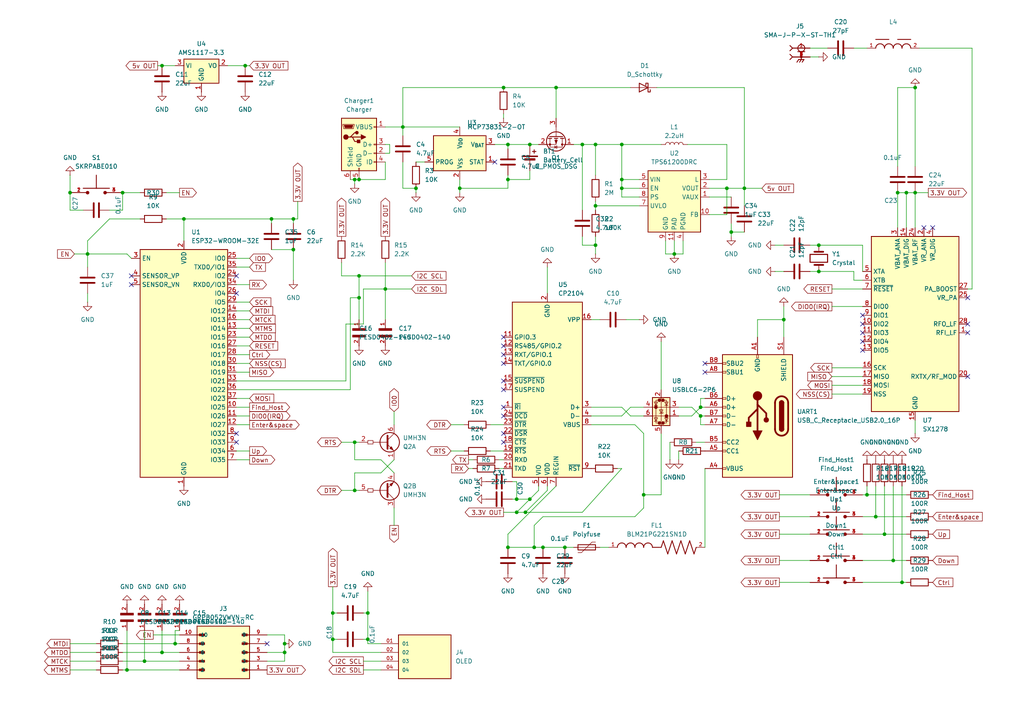
<source format=kicad_sch>
(kicad_sch (version 20250114) (generator "eeschema") (generator_version "9.0")
  (paper "A4")
  (junction (at 262.89 55.88))
  (junction (at 256.54 154.94))
  (junction (at 203.2 118.11))
  (junction (at 46.99 19.05))
  (junction (at 149.86 144.78))
  (junction (at 147.32 158.75))
  (junction (at 71.12 19.05))
  (junction (at 180.34 52.07))
  (junction (at 106.68 185.42))
  (junction (at 153.67 144.78))
  (junction (at 237.49 71.12))
  (junction (at 172.72 59.69))
  (junction (at 203.2 120.65))
  (junction (at 25.4 73.66))
  (junction (at 85.09 63.5))
  (junction (at 172.72 71.12))
  (junction (at 265.43 25.4))
  (junction (at 265.43 55.88))
  (junction (at 53.34 63.5))
  (junction (at 133.35 54.61))
  (junction (at 147.32 52.07))
  (junction (at 146.05 25.4))
  (junction (at 85.09 72.39))
  (junction (at 50.8 186.69))
  (junction (at 46.99 189.23))
  (junction (at 78.74 63.5))
  (junction (at 149.86 148.59))
  (junction (at 116.84 36.83))
  (junction (at 261.62 168.91))
  (junction (at 251.46 143.51))
  (junction (at 102.87 52.07))
  (junction (at 147.32 41.91))
  (junction (at 215.9 54.61))
  (junction (at 41.91 191.77))
  (junction (at 104.14 86.36))
  (junction (at 104.14 52.07))
  (junction (at 254 149.86))
  (junction (at 186.69 143.51))
  (junction (at 154.94 158.75))
  (junction (at 35.56 55.88))
  (junction (at 212.09 67.31))
  (junction (at 82.55 189.23))
  (junction (at 227.33 92.71))
  (junction (at 259.08 162.56))
  (junction (at 104.14 80.01))
  (junction (at 180.34 54.61))
  (junction (at 237.49 78.74))
  (junction (at 153.67 41.91))
  (junction (at 168.91 41.91))
  (junction (at 96.52 185.42))
  (junction (at 180.34 41.91))
  (junction (at 20.32 55.88))
  (junction (at 195.58 73.66))
  (junction (at 120.65 54.61))
  (junction (at 111.76 83.82))
  (junction (at 106.68 177.8))
  (junction (at 102.87 142.24))
  (junction (at 260.35 55.88))
  (junction (at 210.82 54.61))
  (junction (at 161.29 25.4))
  (junction (at 163.83 158.75))
  (junction (at 96.52 177.8))
  (junction (at 157.48 158.75))
  (junction (at 36.83 194.31))
  (junction (at 82.55 186.69))
  (junction (at 172.72 41.91))
  (junction (at 102.87 128.27))
  (junction (at 152.4 148.59))
  (no_connect (at 146.05 113.03))
  (no_connect (at 204.47 107.95))
  (no_connect (at 280.67 86.36))
  (no_connect (at 38.1 82.55))
  (no_connect (at 77.47 186.69))
  (no_connect (at 146.05 105.41))
  (no_connect (at 38.1 80.01))
  (no_connect (at 68.58 125.73))
  (no_connect (at 250.19 96.52))
  (no_connect (at 267.97 66.04))
  (no_connect (at 68.58 85.09))
  (no_connect (at 143.51 46.99))
  (no_connect (at 280.67 93.98))
  (no_connect (at 146.05 97.79))
  (no_connect (at 204.47 105.41))
  (no_connect (at 146.05 100.33))
  (no_connect (at 270.51 66.04))
  (no_connect (at 250.19 99.06))
  (no_connect (at 250.19 101.6))
  (no_connect (at 68.58 128.27))
  (no_connect (at 280.67 96.52))
  (no_connect (at 250.19 91.44))
  (no_connect (at 146.05 110.49))
  (no_connect (at 146.05 125.73))
  (no_connect (at 250.19 93.98))
  (no_connect (at 146.05 120.65))
  (no_connect (at 146.05 128.27))
  (no_connect (at 280.67 109.22))
  (no_connect (at 146.05 102.87))
  (no_connect (at 146.05 118.11))
  (no_connect (at 68.58 80.01))
  (wire (pts (xy 180.34 118.11) (xy 182.88 120.65)))
  (wire (pts (xy 241.3 83.82) (xy 250.19 83.82)))
  (wire (pts (xy 97.79 185.42) (xy 96.52 185.42)))
  (wire (pts (xy 182.88 118.11) (xy 186.69 118.11)))
  (wire (pts (xy 82.55 191.77) (xy 82.55 189.23)))
  (wire (pts (xy 262.89 55.88) (xy 260.35 55.88)))
  (wire (pts (xy 171.45 92.71) (xy 173.99 92.71)))
  (wire (pts (xy 111.76 52.07) (xy 104.14 52.07)))
  (wire (pts (xy 180.34 54.61) (xy 180.34 57.15)))
  (wire (pts (xy 195.58 69.85) (xy 195.58 73.66)))
  (wire (pts (xy 191.77 99.06) (xy 191.77 113.03)))
  (wire (pts (xy 241.3 114.3) (xy 250.19 114.3)))
  (wire (pts (xy 157.48 149.86) (xy 184.15 149.86)))
  (wire (pts (xy 99.06 128.27) (xy 102.87 128.27)))
  (wire (pts (xy 146.05 34.29) (xy 146.05 33.02)))
  (wire (pts (xy 116.84 54.61) (xy 120.65 54.61)))
  (wire (pts (xy 168.91 41.91) (xy 172.72 41.91)))
  (wire (pts (xy 158.75 77.47) (xy 158.75 85.09)))
  (wire (pts (xy 36.83 194.31) (xy 52.07 194.31)))
  (wire (pts (xy 265.43 55.88) (xy 262.89 55.88)))
  (wire (pts (xy 185.42 54.61) (xy 180.34 54.61)))
  (wire (pts (xy 120.65 55.88) (xy 120.65 54.61)))
  (wire (pts (xy 204.47 135.89) (xy 204.47 158.75)))
  (wire (pts (xy 35.56 189.23) (xy 46.99 189.23)))
  (wire (pts (xy 105.41 191.77) (xy 110.49 191.77)))
  (wire (pts (xy 219.71 92.71) (xy 219.71 97.79)))
  (wire (pts (xy 203.2 115.57) (xy 204.47 115.57)))
  (wire (pts (xy 68.58 97.79) (xy 72.39 97.79)))
  (wire (pts (xy 111.76 36.83) (xy 116.84 36.83)))
  (wire (pts (xy 191.77 125.73) (xy 191.77 143.51)))
  (wire (pts (xy 163.83 158.75) (xy 166.37 158.75)))
  (wire (pts (xy 265.43 55.88) (xy 265.43 66.04)))
  (wire (pts (xy 215.9 25.4) (xy 215.9 54.61)))
  (wire (pts (xy 198.12 73.66) (xy 195.58 73.66)))
  (wire (pts (xy 77.47 189.23) (xy 82.55 189.23)))
  (wire (pts (xy 180.34 41.91) (xy 180.34 52.07)))
  (wire (pts (xy 166.37 41.91) (xy 168.91 41.91)))
  (wire (pts (xy 256.54 154.94) (xy 262.89 154.94)))
  (wire (pts (xy 147.32 41.91) (xy 147.32 43.18)))
  (wire (pts (xy 196.85 130.81) (xy 196.85 133.35)))
  (wire (pts (xy 102.87 137.16) (xy 110.49 137.16)))
  (wire (pts (xy 114.3 119.38) (xy 114.3 123.19)))
  (wire (pts (xy 265.43 55.88) (xy 269.24 55.88)))
  (wire (pts (xy 96.52 177.8) (xy 96.52 185.42)))
  (wire (pts (xy 210.82 54.61) (xy 215.9 54.61)))
  (wire (pts (xy 149.86 148.59) (xy 152.4 148.59)))
  (wire (pts (xy 68.58 92.71) (xy 72.39 92.71)))
  (wire (pts (xy 111.76 46.99) (xy 111.76 52.07)))
  (wire (pts (xy 215.9 59.69) (xy 215.9 54.61)))
  (wire (pts (xy 193.04 69.85) (xy 193.04 73.66)))
  (wire (pts (xy 212.09 64.77) (xy 212.09 67.31)))
  (wire (pts (xy 41.91 191.77) (xy 52.07 191.77)))
  (wire (pts (xy 111.76 76.2) (xy 111.76 83.82)))
  (wire (pts (xy 96.52 170.18) (xy 96.52 177.8)))
  (wire (pts (xy 68.58 77.47) (xy 72.39 77.47)))
  (wire (pts (xy 113.03 41.91) (xy 113.03 44.45)))
  (wire (pts (xy 210.82 62.23) (xy 210.82 54.61)))
  (wire (pts (xy 203.2 118.11) (xy 200.66 120.65)))
  (wire (pts (xy 86.36 58.42) (xy 86.36 63.5)))
  (wire (pts (xy 106.68 185.42) (xy 106.68 186.69)))
  (wire (pts (xy 227.33 88.9) (xy 227.33 92.71)))
  (wire (pts (xy 153.67 49.53) (xy 153.67 52.07)))
  (wire (pts (xy 153.67 52.07) (xy 147.32 52.07)))
  (wire (pts (xy 281.94 83.82) (xy 280.67 83.82)))
  (wire (pts (xy 113.03 44.45) (xy 111.76 44.45)))
  (wire (pts (xy 154.94 158.75) (xy 157.48 158.75)))
  (wire (pts (xy 68.58 102.87) (xy 72.39 102.87)))
  (wire (pts (xy 154.94 152.4) (xy 157.48 149.86)))
  (wire (pts (xy 25.4 85.09) (xy 25.4 87.63)))
  (wire (pts (xy 35.56 194.31) (xy 36.83 194.31)))
  (wire (pts (xy 68.58 120.65) (xy 72.39 120.65)))
  (wire (pts (xy 44.45 184.15) (xy 52.07 184.15)))
  (wire (pts (xy 226.06 149.86) (xy 234.95 149.86)))
  (wire (pts (xy 168.91 148.59) (xy 180.34 135.89)))
  (wire (pts (xy 186.69 143.51) (xy 186.69 147.32)))
  (wire (pts (xy 45.72 19.05) (xy 46.99 19.05)))
  (wire (pts (xy 234.95 13.97) (xy 240.03 13.97)))
  (wire (pts (xy 147.32 158.75) (xy 154.94 158.75)))
  (wire (pts (xy 168.91 41.91) (xy 168.91 60.96)))
  (wire (pts (xy 114.3 147.32) (xy 114.3 152.4)))
  (wire (pts (xy 168.91 68.58) (xy 168.91 71.12)))
  (wire (pts (xy 161.29 25.4) (xy 182.88 25.4)))
  (wire (pts (xy 250.19 71.12) (xy 250.19 78.74)))
  (wire (pts (xy 171.45 123.19) (xy 184.15 123.19)))
  (wire (pts (xy 250.19 168.91) (xy 261.62 168.91)))
  (wire (pts (xy 116.84 36.83) (xy 116.84 39.37)))
  (wire (pts (xy 157.48 158.75) (xy 163.83 158.75)))
  (wire (pts (xy 146.05 25.4) (xy 116.84 25.4)))
  (wire (pts (xy 68.58 105.41) (xy 72.39 105.41)))
  (wire (pts (xy 68.58 90.17) (xy 72.39 90.17)))
  (wire (pts (xy 68.58 115.57) (xy 72.39 115.57)))
  (wire (pts (xy 100.33 93.98) (xy 100.33 110.49)))
  (wire (pts (xy 254 149.86) (xy 262.89 149.86)))
  (wire (pts (xy 96.52 189.23) (xy 110.49 189.23)))
  (wire (pts (xy 85.09 63.5) (xy 85.09 64.77)))
  (wire (pts (xy 210.82 52.07) (xy 205.74 52.07)))
  (wire (pts (xy 227.33 92.71) (xy 227.33 97.79)))
  (wire (pts (xy 210.82 41.91) (xy 199.39 41.91)))
  (wire (pts (xy 146.05 148.59) (xy 149.86 148.59)))
  (wire (pts (xy 260.35 55.88) (xy 260.35 66.04)))
  (wire (pts (xy 144.78 133.35) (xy 146.05 133.35)))
  (wire (pts (xy 135.89 135.89) (xy 137.16 135.89)))
  (wire (pts (xy 68.58 87.63) (xy 72.39 87.63)))
  (wire (pts (xy 104.14 92.71) (xy 104.14 86.36)))
  (wire (pts (xy 172.72 71.12) (xy 172.72 73.66)))
  (wire (pts (xy 234.95 71.12) (xy 237.49 71.12)))
  (wire (pts (xy 181.61 92.71) (xy 185.42 92.71)))
  (wire (pts (xy 190.5 25.4) (xy 215.9 25.4)))
  (wire (pts (xy 111.76 83.82) (xy 111.76 92.71)))
  (wire (pts (xy 262.89 55.88) (xy 262.89 66.04)))
  (wire (pts (xy 210.82 52.07) (xy 210.82 41.91)))
  (wire (pts (xy 201.93 128.27) (xy 204.47 128.27)))
  (wire (pts (xy 185.42 59.69) (xy 172.72 59.69)))
  (wire (pts (xy 226.06 168.91) (xy 234.95 168.91)))
  (wire (pts (xy 104.14 80.01) (xy 119.38 80.01)))
  (wire (pts (xy 21.59 73.66) (xy 25.4 73.66)))
  (wire (pts (xy 196.85 118.11) (xy 200.66 118.11)))
  (wire (pts (xy 133.35 36.83) (xy 116.84 36.83)))
  (wire (pts (xy 203.2 118.11) (xy 204.47 118.11)))
  (wire (pts (xy 52.07 182.88) (xy 50.8 182.88)))
  (wire (pts (xy 106.68 186.69) (xy 110.49 186.69)))
  (wire (pts (xy 172.72 41.91) (xy 180.34 41.91)))
  (wire (pts (xy 78.74 72.39) (xy 85.09 72.39)))
  (wire (pts (xy 104.14 80.01) (xy 99.06 80.01)))
  (wire (pts (xy 204.47 120.65) (xy 203.2 120.65)))
  (wire (pts (xy 68.58 82.55) (xy 72.39 82.55)))
  (wire (pts (xy 82.55 189.23) (xy 82.55 186.69)))
  (wire (pts (xy 281.94 13.97) (xy 281.94 83.82)))
  (wire (pts (xy 105.41 93.98) (xy 105.41 83.82)))
  (wire (pts (xy 46.99 19.05) (xy 50.8 19.05)))
  (wire (pts (xy 35.56 55.88) (xy 40.64 55.88)))
  (wire (pts (xy 144.78 135.89) (xy 146.05 135.89)))
  (wire (pts (xy 152.4 148.59) (xy 168.91 148.59)))
  (wire (pts (xy 104.14 52.07) (xy 102.87 52.07)))
  (wire (pts (xy 234.95 16.51) (xy 237.49 16.51)))
  (wire (pts (xy 261.62 140.97) (xy 261.62 168.91)))
  (wire (pts (xy 203.2 123.19) (xy 204.47 123.19)))
  (wire (pts (xy 226.06 154.94) (xy 234.95 154.94)))
  (wire (pts (xy 20.32 186.69) (xy 27.94 186.69)))
  (wire (pts (xy 111.76 41.91) (xy 113.03 41.91)))
  (wire (pts (xy 147.32 50.8) (xy 147.32 52.07)))
  (wire (pts (xy 250.19 143.51) (xy 251.46 143.51)))
  (wire (pts (xy 185.42 57.15) (xy 180.34 57.15)))
  (wire (pts (xy 50.8 182.88) (xy 50.8 186.69)))
  (wire (pts (xy 148.59 144.78) (xy 149.86 144.78)))
  (wire (pts (xy 68.58 95.25) (xy 72.39 95.25)))
  (wire (pts (xy 102.87 133.35) (xy 110.49 133.35)))
  (wire (pts (xy 68.58 123.19) (xy 72.39 123.19)))
  (wire (pts (xy 25.4 69.85) (xy 25.4 73.66)))
  (wire (pts (xy 260.35 25.4) (xy 265.43 25.4)))
  (wire (pts (xy 31.75 63.5) (xy 25.4 69.85)))
  (wire (pts (xy 35.56 60.96) (xy 35.56 55.88)))
  (wire (pts (xy 250.19 162.56) (xy 259.08 162.56)))
  (wire (pts (xy 82.55 184.15) (xy 82.55 186.69)))
  (wire (pts (xy 256.54 140.97) (xy 256.54 154.94)))
  (wire (pts (xy 142.24 130.81) (xy 146.05 130.81)))
  (wire (pts (xy 158.75 142.24) (xy 158.75 140.97)))
  (wire (pts (xy 219.71 92.71) (xy 227.33 92.71)))
  (wire (pts (xy 241.3 109.22) (xy 250.19 109.22)))
  (wire (pts (xy 198.12 69.85) (xy 198.12 73.66)))
  (wire (pts (xy 100.33 110.49) (xy 68.58 110.49)))
  (wire (pts (xy 46.99 182.88) (xy 46.99 189.23)))
  (wire (pts (xy 105.41 177.8) (xy 106.68 177.8)))
  (wire (pts (xy 105.41 83.82) (xy 111.76 83.82)))
  (wire (pts (xy 101.6 86.36) (xy 101.6 113.03)))
  (wire (pts (xy 130.81 130.81) (xy 134.62 130.81)))
  (wire (pts (xy 180.34 52.07) (xy 180.34 54.61)))
  (wire (pts (xy 184.15 149.86) (xy 186.69 147.32)))
  (wire (pts (xy 180.34 120.65) (xy 182.88 118.11)))
  (wire (pts (xy 111.76 83.82) (xy 119.38 83.82)))
  (wire (pts (xy 99.06 142.24) (xy 102.87 142.24)))
  (wire (pts (xy 149.86 139.7) (xy 148.59 139.7)))
  (wire (pts (xy 265.43 25.4) (xy 265.43 48.26)))
  (wire (pts (xy 66.04 19.05) (xy 71.12 19.05)))
  (wire (pts (xy 35.56 191.77) (xy 41.91 191.77)))
  (wire (pts (xy 241.3 111.76) (xy 250.19 111.76)))
  (wire (pts (xy 106.68 171.45) (xy 106.68 177.8)))
  (wire (pts (xy 20.32 191.77) (xy 27.94 191.77)))
  (wire (pts (xy 193.04 73.66) (xy 195.58 73.66)))
  (wire (pts (xy 68.58 107.95) (xy 72.39 107.95)))
  (wire (pts (xy 102.87 142.24) (xy 104.14 142.24)))
  (wire (pts (xy 106.68 177.8) (xy 106.68 185.42)))
  (wire (pts (xy 281.94 13.97) (xy 266.7 13.97)))
  (wire (pts (xy 186.69 125.73) (xy 184.15 123.19)))
  (wire (pts (xy 102.87 128.27) (xy 102.87 133.35)))
  (wire (pts (xy 247.65 81.28) (xy 250.19 81.28)))
  (wire (pts (xy 101.6 52.07) (xy 102.87 52.07)))
  (wire (pts (xy 250.19 154.94) (xy 256.54 154.94)))
  (wire (pts (xy 146.05 25.4) (xy 161.29 25.4)))
  (wire (pts (xy 116.84 46.99) (xy 116.84 54.61)))
  (wire (pts (xy 36.83 73.66) (xy 38.1 74.93)))
  (wire (pts (xy 143.51 41.91) (xy 147.32 41.91)))
  (wire (pts (xy 77.47 184.15) (xy 82.55 184.15)))
  (wire (pts (xy 114.3 133.35) (xy 110.49 137.16)))
  (wire (pts (xy 68.58 130.81) (xy 72.39 130.81)))
  (wire (pts (xy 147.32 52.07) (xy 147.32 54.61)))
  (wire (pts (xy 120.65 46.99) (xy 123.19 46.99)))
  (wire (pts (xy 182.88 120.65) (xy 186.69 120.65)))
  (wire (pts (xy 105.41 93.98) (xy 100.33 93.98)))
  (wire (pts (xy 241.3 106.68) (xy 250.19 106.68)))
  (wire (pts (xy 46.99 189.23) (xy 52.07 189.23)))
  (wire (pts (xy 185.42 52.07) (xy 180.34 52.07)))
  (wire (pts (xy 102.87 137.16) (xy 102.87 142.24)))
  (wire (pts (xy 205.74 57.15) (xy 212.09 57.15)))
  (wire (pts (xy 168.91 71.12) (xy 172.72 71.12)))
  (wire (pts (xy 105.41 185.42) (xy 106.68 185.42)))
  (wire (pts (xy 251.46 140.97) (xy 251.46 143.51)))
  (wire (pts (xy 205.74 62.23) (xy 210.82 62.23)))
  (wire (pts (xy 241.3 88.9) (xy 250.19 88.9)))
  (wire (pts (xy 172.72 59.69) (xy 172.72 58.42)))
  (wire (pts (xy 154.94 158.75) (xy 154.94 152.4)))
  (wire (pts (xy 71.12 19.05) (xy 72.39 19.05)))
  (wire (pts (xy 156.21 142.24) (xy 156.21 140.97)))
  (wire (pts (xy 147.32 154.94) (xy 161.29 140.97)))
  (wire (pts (xy 110.49 133.35) (xy 114.3 137.16)))
  (wire (pts (xy 130.81 123.19) (xy 134.62 123.19)))
  (wire (pts (xy 203.2 120.65) (xy 203.2 123.19)))
  (wire (pts (xy 35.56 186.69) (xy 50.8 186.69)))
  (wire (pts (xy 180.34 135.89) (xy 179.07 135.89)))
  (wire (pts (xy 78.74 63.5) (xy 78.74 64.77)))
  (wire (pts (xy 102.87 52.07) (xy 102.87 53.34)))
  (wire (pts (xy 215.9 67.31) (xy 212.09 67.31)))
  (wire (pts (xy 101.6 113.03) (xy 68.58 113.03)))
  (wire (pts (xy 105.41 194.31) (xy 110.49 194.31)))
  (wire (pts (xy 20.32 50.8) (xy 20.32 55.88)))
  (wire (pts (xy 149.86 144.78) (xy 153.67 144.78)))
  (wire (pts (xy 186.69 125.73) (xy 186.69 143.51)))
  (wire (pts (xy 251.46 143.51) (xy 262.89 143.51)))
  (wire (pts (xy 261.62 168.91) (xy 262.89 168.91)))
  (wire (pts (xy 254 140.97) (xy 254 149.86)))
  (wire (pts (xy 234.95 78.74) (xy 237.49 78.74)))
  (wire (pts (xy 152.4 148.59) (xy 158.75 142.24)))
  (wire (pts (xy 186.69 143.51) (xy 191.77 143.51)))
  (wire (pts (xy 41.91 182.88) (xy 41.91 191.77)))
  (wire (pts (xy 172.72 59.69) (xy 172.72 60.96)))
  (wire (pts (xy 20.32 189.23) (xy 27.94 189.23)))
  (wire (pts (xy 226.06 162.56) (xy 234.95 162.56)))
  (wire (pts (xy 25.4 73.66) (xy 25.4 77.47)))
  (wire (pts (xy 171.45 118.11) (xy 180.34 118.11)))
  (wire (pts (xy 259.08 140.97) (xy 259.08 162.56)))
  (wire (pts (xy 48.26 63.5) (xy 53.34 63.5)))
  (wire (pts (xy 133.35 54.61) (xy 147.32 54.61)))
  (wire (pts (xy 53.34 63.5) (xy 78.74 63.5)))
  (wire (pts (xy 203.2 120.65) (xy 200.66 118.11)))
  (wire (pts (xy 20.32 60.96) (xy 24.13 60.96)))
  (wire (pts (xy 116.84 25.4) (xy 116.84 36.83)))
  (wire (pts (xy 215.9 54.61) (xy 220.98 54.61)))
  (wire (pts (xy 20.32 194.31) (xy 27.94 194.31)))
  (wire (pts (xy 153.67 144.78) (xy 156.21 142.24)))
  (wire (pts (xy 171.45 120.65) (xy 180.34 120.65)))
  (wire (pts (xy 205.74 54.61) (xy 210.82 54.61)))
  (wire (pts (xy 53.34 63.5) (xy 53.34 69.85)))
  (wire (pts (xy 99.06 76.2) (xy 99.06 80.01)))
  (wire (pts (xy 237.49 78.74) (xy 247.65 78.74)))
  (wire (pts (xy 68.58 133.35) (xy 72.39 133.35)))
  (wire (pts (xy 180.34 41.91) (xy 191.77 41.91)))
  (wire (pts (xy 161.29 25.4) (xy 161.29 34.29)))
  (wire (pts (xy 247.65 78.74) (xy 247.65 81.28)))
  (wire (pts (xy 85.09 72.39) (xy 85.09 81.28)))
  (wire (pts (xy 104.14 86.36) (xy 104.14 80.01)))
  (wire (pts (xy 77.47 191.77) (xy 82.55 191.77)))
  (wire (pts (xy 135.89 133.35) (xy 137.16 133.35)))
  (wire (pts (xy 224.79 78.74) (xy 227.33 78.74)))
  (wire (pts (xy 149.86 148.59) (xy 153.67 144.78)))
  (wire (pts (xy 102.87 128.27) (xy 104.14 128.27)))
  (wire (pts (xy 72.39 118.11) (xy 68.58 118.11)))
  (wire (pts (xy 20.32 55.88) (xy 20.32 60.96)))
  (wire (pts (xy 36.83 182.88) (xy 36.83 194.31)))
  (wire (pts (xy 237.49 71.12) (xy 250.19 71.12)))
  (wire (pts (xy 250.19 149.86) (xy 254 149.86)))
  (wire (pts (xy 68.58 100.33) (xy 72.39 100.33)))
  (wire (pts (xy 96.52 185.42) (xy 96.52 189.23)))
  (wire (pts (xy 147.32 158.75) (xy 147.32 154.94)))
  (wire (pts (xy 203.2 115.57) (xy 203.2 118.11)))
  (wire (pts (xy 85.09 63.5) (xy 78.74 63.5)))
  (wire (pts (xy 50.8 186.69) (xy 52.07 186.69)))
  (wire (pts (xy 86.36 63.5) (xy 85.09 63.5)))
  (wire (pts (xy 133.35 54.61) (xy 133.35 55.88)))
  (wire (pts (xy 194.31 128.27) (xy 194.31 133.35)))
  (wire (pts (xy 172.72 68.58) (xy 172.72 71.12)))
  (wire (pts (xy 104.14 86.36) (xy 101.6 86.36)))
  (wire (pts (xy 96.52 177.8) (xy 97.79 177.8)))
  (wire (pts (xy 48.26 55.88) (xy 52.07 55.88)))
  (wire (pts (xy 25.4 73.66) (xy 36.83 73.66)))
  (wire (pts (xy 247.65 13.97) (xy 251.46 13.97)))
  (wire (pts (xy 149.86 139.7) (xy 149.86 144.78)))
  (wire (pts (xy 172.72 50.8) (xy 172.72 41.91)))
  (wire (pts (xy 224.79 71.12) (xy 227.33 71.12)))
  (wire (pts (xy 260.35 48.26) (xy 260.35 25.4)))
  (wire (pts (xy 153.67 41.91) (xy 156.21 41.91)))
  (wire (pts (xy 173.99 158.75) (xy 176.53 158.75)))
  (wire (pts (xy 212.09 67.31) (xy 212.09 68.58)))
  (wire (pts (xy 259.08 162.56) (xy 262.89 162.56)))
  (wire (pts (xy 40.64 63.5) (xy 31.75 63.5)))
  (wire (pts (xy 265.43 121.92) (xy 265.43 125.73)))
  (wire (pts (xy 31.75 60.96) (xy 35.56 60.96)))
  (wire (pts (xy 142.24 123.19) (xy 146.05 123.19)))
  (wire (pts (xy 68.58 74.93) (xy 72.39 74.93)))
  (wire (pts (xy 226.06 143.51) (xy 234.95 143.51)))
  (wire (pts (xy 196.85 120.65) (xy 200.66 120.65)))
  (wire (pts (xy 147.32 41.91) (xy 153.67 41.91)))
  (wire (pts (xy 133.35 52.07) (xy 133.35 54.61)))
  (global_label "SCK" (shape output) (at 241.3 106.68 180) (property "Intersheetrefs" "${INTERSHEET_REFS}" (effects (hide yes))))
  (global_label "MTDO" (shape input) (at 72.39 97.79 0) (property "Intersheetrefs" "${INTERSHEET_REFS}" (effects (hide yes))))
  (global_label "Find_Host" (shape input) (at 270.51 143.51 0) (property "Intersheetrefs" "${INTERSHEET_REFS}" (effects (hide yes))))
  (global_label "EN" (shape output) (at 52.07 55.88 0) (property "Intersheetrefs" "${INTERSHEET_REFS}" (effects (hide yes))))
  (global_label "3.3V OUT" (shape output) (at 226.06 162.56 180) (property "Intersheetrefs" "${INTERSHEET_REFS}" (effects (hide yes))))
  (global_label "Find_Host" (shape output) (at 72.39 118.11 0) (property "Intersheetrefs" "${INTERSHEET_REFS}" (effects (hide yes))))
  (global_label "RESET" (shape output) (at 241.3 83.82 180) (property "Intersheetrefs" "${INTERSHEET_REFS}" (effects (hide yes))))
  (global_label "MTDI" (shape input) (at 72.39 90.17 0) (property "Intersheetrefs" "${INTERSHEET_REFS}" (effects (hide yes))))
  (global_label "RX" (shape output) (at 72.39 82.55 0) (property "Intersheetrefs" "${INTERSHEET_REFS}" (effects (hide yes))))
  (global_label "MISO" (shape input) (at 241.3 109.22 180) (property "Intersheetrefs" "${INTERSHEET_REFS}" (effects (hide yes))))
  (global_label "DTR" (shape bidirectional) (at 99.06 142.24 180) (property "Intersheetrefs" "${INTERSHEET_REFS}" (effects (hide yes))))
  (global_label "I2C SCL" (shape input) (at 119.38 80.01 0) (property "Intersheetrefs" "${INTERSHEET_REFS}" (effects (hide yes))))
  (global_label "EN" (shape output) (at 44.45 184.15 180) (property "Intersheetrefs" "${INTERSHEET_REFS}" (effects (hide yes))))
  (global_label "IO0" (shape bidirectional) (at 114.3 119.38 90) (property "Intersheetrefs" "${INTERSHEET_REFS}" (effects (hide yes))))
  (global_label "Up" (shape input) (at 270.51 154.94 0) (property "Intersheetrefs" "${INTERSHEET_REFS}" (effects (hide yes))))
  (global_label "RTS" (shape bidirectional) (at 130.81 130.81 180) (property "Intersheetrefs" "${INTERSHEET_REFS}" (effects (hide yes))))
  (global_label "3.3V OUT" (shape output) (at 86.36 58.42 90) (property "Intersheetrefs" "${INTERSHEET_REFS}" (effects (hide yes))))
  (global_label "MOSI" (shape input) (at 72.39 115.57 0) (property "Intersheetrefs" "${INTERSHEET_REFS}" (effects (hide yes))))
  (global_label "3.3V OUT" (shape output) (at 96.52 170.18 90) (property "Intersheetrefs" "${INTERSHEET_REFS}" (effects (hide yes))))
  (global_label "I2C SDL" (shape input) (at 119.38 83.82 0) (property "Intersheetrefs" "${INTERSHEET_REFS}" (effects (hide yes))))
  (global_label "TX" (shape input) (at 72.39 77.47 0) (property "Intersheetrefs" "${INTERSHEET_REFS}" (effects (hide yes))))
  (global_label "MISO" (shape output) (at 72.39 107.95 0) (property "Intersheetrefs" "${INTERSHEET_REFS}" (effects (hide yes))))
  (global_label "3.3V OUT" (shape output) (at 111.76 68.58 90) (property "Intersheetrefs" "${INTERSHEET_REFS}" (effects (hide yes))))
  (global_label "3.3V OUT" (shape output) (at 226.06 143.51 180) (property "Intersheetrefs" "${INTERSHEET_REFS}" (effects (hide yes))))
  (global_label "NSS(CS)" (shape input) (at 72.39 105.41 0) (property "Intersheetrefs" "${INTERSHEET_REFS}" (effects (hide yes))))
  (global_label "3.3V OUT" (shape output) (at 226.06 149.86 180) (property "Intersheetrefs" "${INTERSHEET_REFS}" (effects (hide yes))))
  (global_label "MTCK" (shape output) (at 20.32 191.77 180) (property "Intersheetrefs" "${INTERSHEET_REFS}" (effects (hide yes))))
  (global_label "3.3V OUT" (shape output) (at 77.47 194.31 0) (property "Intersheetrefs" "${INTERSHEET_REFS}" (effects (hide yes))))
  (global_label "Up" (shape output) (at 72.39 130.81 0) (property "Intersheetrefs" "${INTERSHEET_REFS}" (effects (hide yes))))
  (global_label "5v OUT" (shape output) (at 45.72 19.05 180) (property "Intersheetrefs" "${INTERSHEET_REFS}" (effects (hide yes))))
  (global_label "5v OUT" (shape input) (at 220.98 54.61 0) (property "Intersheetrefs" "${INTERSHEET_REFS}" (effects (hide yes))))
  (global_label "3.3V OUT" (shape output) (at 269.24 55.88 0) (property "Intersheetrefs" "${INTERSHEET_REFS}" (effects (hide yes))))
  (global_label "Enter&space" (shape output) (at 72.39 123.19 0) (property "Intersheetrefs" "${INTERSHEET_REFS}" (effects (hide yes))))
  (global_label "Enter&space" (shape input) (at 270.51 149.86 0) (property "Intersheetrefs" "${INTERSHEET_REFS}" (effects (hide yes))))
  (global_label "3.3V OUT" (shape output) (at 226.06 168.91 180) (property "Intersheetrefs" "${INTERSHEET_REFS}" (effects (hide yes))))
  (global_label "EN" (shape output) (at 114.3 152.4 270) (property "Intersheetrefs" "${INTERSHEET_REFS}" (effects (hide yes))))
  (global_label "MTDO" (shape output) (at 20.32 189.23 180) (property "Intersheetrefs" "${INTERSHEET_REFS}" (effects (hide yes))))
  (global_label "Down" (shape input) (at 270.51 162.56 0) (property "Intersheetrefs" "${INTERSHEET_REFS}" (effects (hide yes))))
  (global_label "Ctrl" (shape input) (at 270.51 168.91 0) (property "Intersheetrefs" "${INTERSHEET_REFS}" (effects (hide yes))))
  (global_label "MTMS" (shape input) (at 72.39 95.25 0) (property "Intersheetrefs" "${INTERSHEET_REFS}" (effects (hide yes))))
  (global_label "Down" (shape output) (at 72.39 133.35 0) (property "Intersheetrefs" "${INTERSHEET_REFS}" (effects (hide yes))))
  (global_label "RESET" (shape input) (at 72.39 100.33 0) (property "Intersheetrefs" "${INTERSHEET_REFS}" (effects (hide yes))))
  (global_label "RX" (shape input) (at 135.89 135.89 180) (property "Intersheetrefs" "${INTERSHEET_REFS}" (effects (hide yes))))
  (global_label "3.3V OUT" (shape input) (at 72.39 19.05 0) (property "Intersheetrefs" "${INTERSHEET_REFS}" (effects (hide yes))))
  (global_label "MTCK" (shape input) (at 72.39 92.71 0) (property "Intersheetrefs" "${INTERSHEET_REFS}" (effects (hide yes))))
  (global_label "3.3V OUT" (shape output) (at 226.06 154.94 180) (property "Intersheetrefs" "${INTERSHEET_REFS}" (effects (hide yes))))
  (global_label "MTMS" (shape output) (at 20.32 194.31 180) (property "Intersheetrefs" "${INTERSHEET_REFS}" (effects (hide yes))))
  (global_label "TX" (shape output) (at 135.89 133.35 180) (property "Intersheetrefs" "${INTERSHEET_REFS}" (effects (hide yes))))
  (global_label "RTS" (shape bidirectional) (at 99.06 128.27 180) (property "Intersheetrefs" "${INTERSHEET_REFS}" (effects (hide yes))))
  (global_label "DIO0(IRQ)" (shape output) (at 241.3 88.9 180) (property "Intersheetrefs" "${INTERSHEET_REFS}" (effects (hide yes))))
  (global_label "SCK" (shape input) (at 72.39 87.63 0) (property "Intersheetrefs" "${INTERSHEET_REFS}" (effects (hide yes))))
  (global_label "DIO0(IRQ)" (shape output) (at 72.39 120.65 0) (property "Intersheetrefs" "${INTERSHEET_REFS}" (effects (hide yes))))
  (global_label "MTDI" (shape output) (at 20.32 186.69 180) (property "Intersheetrefs" "${INTERSHEET_REFS}" (effects (hide yes))))
  (global_label "IO0" (shape bidirectional) (at 72.39 74.93 0) (property "Intersheetrefs" "${INTERSHEET_REFS}" (effects (hide yes))))
  (global_label "I2C SDL" (shape output) (at 105.41 194.31 180) (property "Intersheetrefs" "${INTERSHEET_REFS}" (effects (hide yes))))
  (global_label "DTR" (shape bidirectional) (at 130.81 123.19 180) (property "Intersheetrefs" "${INTERSHEET_REFS}" (effects (hide yes))))
  (global_label "3.3V OUT" (shape output) (at 146.05 148.59 180) (property "Intersheetrefs" "${INTERSHEET_REFS}" (effects (hide yes))))
  (global_label "MOSI" (shape output) (at 241.3 111.76 180) (property "Intersheetrefs" "${INTERSHEET_REFS}" (effects (hide yes))))
  (global_label "Ctrl" (shape output) (at 72.39 102.87 0) (property "Intersheetrefs" "${INTERSHEET_REFS}" (effects (hide yes))))
  (global_label "I2C SCL" (shape output) (at 105.41 191.77 180) (property "Intersheetrefs" "${INTERSHEET_REFS}" (effects (hide yes))))
  (global_label "3.3V OUT" (shape output) (at 99.06 68.58 90) (property "Intersheetrefs" "${INTERSHEET_REFS}" (effects (hide yes))))
  (global_label "NSS(CS)" (shape output) (at 241.3 114.3 180) (property "Intersheetrefs" "${INTERSHEET_REFS}" (effects (hide yes))))
  (global_label "EN" (shape input) (at 21.59 73.66 180) (property "Intersheetrefs" "${INTERSHEET_REFS}" (effects (hide yes))))
  (symbol (lib_id "power:GND") (at 111.76 100.33 0) (unit 1)
    (property "Reference" "#PWR024" (effects (hide yes)))
    (property "Value" "GND" (at 111.76 105.41 0))
    (property "Description" "Power symbol creates a global label with name \"GND\" , ground" (effects (hide yes)))
  )
  (symbol (lib_id "Device:R") (at 31.75 186.69 90) (unit 1)
    (property "Reference" "R10" (at 31.75 180.34 90))
    (property "Value" "100R" (at 31.75 182.88 90))
    (property "Footprint" "Resistor_SMD:R_0603_1608Metric" (effects (hide yes)))
    (property "Description" "Resistor" (effects (hide yes)))
  )
  (symbol (lib_id "power:GND") (at 157.48 166.37 0) (unit 1)
    (property "Reference" "#PWR014" (effects (hide yes)))
    (property "Value" "GND" (at 157.48 171.45 0))
    (property "Description" "Power symbol creates a global label with name \"GND\" , ground" (effects (hide yes)))
  )
  (symbol (lib_id "power:GND") (at 102.87 53.34 0) (unit 1)
    (property "Reference" "#PWR04" (effects (hide yes)))
    (property "Value" "GND" (at 102.87 58.42 0))
    (property "Description" "Power symbol creates a global label with name \"GND\" , ground" (effects (hide yes)))
  )
  (symbol (lib_id "Device:R") (at 198.12 128.27 90) (unit 1)
    (property "Reference" "R8" (at 198.12 128.27 90))
    (property "Value" "5.1K" (effects (hide yes)))
    (property "Footprint" "Resistor_SMD:R_0402_1005Metric" (effects (hide yes)))
    (property "Description" "Resistor" (effects (hide yes)))
  )
  (symbol (lib_id "power:GND") (at 104.14 100.33 0) (unit 1)
    (property "Reference" "#PWR023" (effects (hide yes)))
    (property "Value" "GND" (at 104.14 105.41 0))
    (property "Description" "Power symbol creates a global label with name \"GND\" , ground" (effects (hide yes)))
  )
  (symbol (lib_id "Regulator_Linear:AMS1117-3.3") (at 58.42 19.05 0) (unit 1)
    (property "Reference" "U4" (at 58.42 12.7 0))
    (property "Value" "AMS1117-3.3" (at 58.42 15.24 0))
    (property "Footprint" "Package_TO_SOT_SMD:SOT-223-3_TabPin2" (effects (hide yes)))
    (property "Datasheet" "http://www.advanced-monolithic.com/pdf/ds1117.pdf" (effects (hide yes)))
    (property "Description" "1A Low Dropout regulator, positive, 3.3V fixed output, SOT-223" (effects (hide yes)))
  )
  (symbol (lib_id "SKRPABE010:SKRPABE010") (at 242.57 168.91 0) (unit 1)
    (property "Reference" "Ctrl1" (at 242.57 158.75 0))
    (property "Value" "Ctrl" (at 242.57 161.29 0))
    (property "Footprint" "Diode_SMD:SW_SKRPABE010" (effects (hide yes)))
    (property "MF" "ALPS" (effects (hide yes)))
    (property "MAXIMUM_PACKAGE_HEIGHT" "2.5 mm" (effects (hide yes)))
    (property "Package" "None" (effects (hide yes)))
    (property "Price" "None" (effects (hide yes)))
    (property "Check_prices" "https://www.snapeda.com/parts/SKRPABE010/ALPS/view-part/?ref=eda" (effects (hide yes)))
    (property "STANDARD" "Manufacturer Recommendations" (effects (hide yes)))
    (property "SnapEDA_Link" "https://www.snapeda.com/parts/SKRPABE010/ALPS/view-part/?ref=snap" (effects (hide yes)))
    (property "MP" "SKRPABE010" (effects (hide yes)))
    (property "Description_1" "Switch Tactile N.O. SPST Button J-Bend 0.05A 16VDC 1.57N SMD Automotive T/R" (effects (hide yes)))
    (property "Availability" "In Stock" (effects (hide yes)))
    (property "MANUFACTURER" "Alps" (effects (hide yes)))
  )
  (symbol (lib_id "Device:R") (at 111.76 72.39 180) (unit 1)
    (property "Reference" "R15" (at 114.3 71.1199 0) (effects (justify right)))
    (property "Value" "2.2K" (at 114.3 73.6599 0) (effects (justify right)))
    (property "Footprint" "Resistor_SMD:R_0603_1608Metric" (effects (hide yes)))
    (property "Description" "Resistor" (effects (hide yes)))
  )
  (symbol (lib_id "Device:C") (at 144.78 139.7 270) (unit 1)
    (property "Reference" "C30" (at 150.876 139.7 0) (effects (justify left)))
    (property "Value" "0.1uF" (at 138.43 138.43 0) (effects (justify left)))
    (property "Footprint" "Capacitor_SMD:C_0603_1608Metric" (effects (hide yes)))
    (property "Description" "Unpolarized capacitor" (effects (hide yes)))
  )
  (symbol (lib_id "WE-TPC_2811:WE-TPC_2811") (at 259.08 13.97 0) (unit 1)
    (property "Reference" "L4" (at 259.08 6.35 0))
    (property "Value" "WE-TPC_2811" (effects (hide yes)))
    (property "Footprint" "WE-TPC_2811:WE-TPC_2811" (effects (hide yes)))
    (property "DigiKey_Part_Number" "732-3694-2-ND" (effects (hide yes)))
    (property "SnapEDA_Link" "https://www.snapeda.com/parts/744028000056/W%25C3%25BCrth+Elektronik+Midcom/view-part/?ref=snap" (effects (hide yes)))
    (property "Description_1" "WE-TPC Series; Shielded Wire-wound SMD Inductor with Ferrite Core, 56 nH | Wurth Electronics 744028000056" (effects (hide yes)))
    (property "MF" "Würth Elektronik" (effects (hide yes)))
    (property "Package" "Nonstandard Wurth Electronics" (effects (hide yes)))
    (property "Check_prices" "https://www.snapeda.com/parts/744028000056/W%25C3%25BCrth+Elektronik+Midcom/view-part/?ref=eda" (effects (hide yes)))
    (property "MP" "744028000056" (effects (hide yes)))
  )
  (symbol (lib_id "Device:C") (at 101.6 185.42 90) (unit 1)
    (property "Reference" "C18" (at 95.504 185.42 0) (effects (justify left)))
    (property "Value" "0.1uF" (at 107.95 186.69 0) (effects (justify left)))
    (property "Footprint" "Capacitor_SMD:C_0603_1608Metric" (effects (hide yes)))
    (property "Description" "Unpolarized capacitor" (effects (hide yes)))
  )
  (symbol (lib_id "Device:R") (at 138.43 130.81 90) (unit 1)
    (property "Reference" "R24" (at 138.43 124.46 90))
    (property "Value" "10K" (at 138.43 127 90))
    (property "Footprint" "Resistor_SMD:R_0603_1608Metric" (effects (hide yes)))
    (property "Description" "Resistor" (effects (hide yes)))
  )
  (symbol (lib_id "power:GND") (at 158.75 77.47 180) (unit 1)
    (property "Reference" "#PWR042" (effects (hide yes)))
    (property "Value" "GND" (at 158.75 72.39 0))
    (property "Description" "Power symbol creates a global label with name \"GND\" , ground" (effects (hide yes)))
  )
  (symbol (lib_id "Transistor_BJT:UMH3N") (at 113.03 128.27 0) (unit 1)
    (property "Reference" "Q2" (at 116.84 129.5401 0) (effects (justify left)))
    (property "Value" "UMH3N" (at 116.84 127.0001 0) (effects (justify left)))
    (property "Footprint" "Package_TO_SOT_SMD:SOT-363_SC-70-6" (effects (hide yes)))
    (property "Datasheet" "http://rohmfs.rohm.com/en/products/databook/datasheet/discrete/transistor/digital/emh3t2r-e.pdf" (effects (hide yes)))
    (property "Description" "0.1A Ic, 50V Vce, Dual NPN Input Resistor Transistors, SOT-363" (effects (hide yes)))
  )
  (symbol (lib_id "Device:C") (at 168.91 64.77 0) (unit 1)
    (property "Reference" "C32" (at 172.72 63.4999 0) (effects (justify left)))
    (property "Value" "4.7uF" (at 172.72 66.0399 0) (effects (justify left)))
    (property "Footprint" "Capacitor_SMD:C_0603_1608Metric" (effects (hide yes)))
    (property "Description" "Unpolarized capacitor" (effects (hide yes)))
  )
  (symbol (lib_id "Device:R") (at 254 137.16 180) (unit 1)
    (property "Reference" "R17" (at 256.54 135.8899 0) (effects (justify right)))
    (property "Value" "10K" (at 256.54 138.4299 0) (effects (justify right)))
    (property "Footprint" "Resistor_SMD:R_0603_1608Metric" (effects (hide yes)))
    (property "Description" "Resistor" (effects (hide yes)))
  )
  (symbol (lib_id "power:GND") (at 194.31 133.35 0) (unit 1)
    (property "Reference" "#PWR010" (effects (hide yes)))
    (property "Value" "GND" (at 194.31 138.43 0))
    (property "Description" "Power symbol creates a global label with name \"GND\" , ground" (effects (hide yes)))
  )
  (symbol (lib_id "power:GND") (at 140.97 139.7 270) (unit 1)
    (property "Reference" "#PWR039" (effects (hide yes)))
    (property "Value" "GND" (at 137.16 139.6999 90) (effects (justify right)))
    (property "Description" "Power symbol creates a global label with name \"GND\" , ground" (effects (hide yes)))
  )
  (symbol (lib_id "power:GND") (at 256.54 133.35 180) (unit 1)
    (property "Reference" "#PWR033" (effects (hide yes)))
    (property "Value" "GND" (at 256.54 128.27 0))
    (property "Description" "Power symbol creates a global label with name \"GND\" , ground" (effects (hide yes)))
  )
  (symbol (lib_id "BLM21PG221SN1D:BLM21PG221SN1D") (at 191.77 158.75 0) (unit 1)
    (property "Reference" "FL1" (at 190.5 152.4 0))
    (property "Value" "BLM21PG221SN1D" (at 190.5 154.94 0))
    (property "Footprint" "BLM21PG221SN1D:BEADC2012X105N" (effects (hide yes)))
    (property "MF" "Murata" (effects (hide yes)))
    (property "Description_1" "220 Ohms @ 100 MHz 1 Power Line Ferrite Bead 0805 (2012 Metric) 2A 45mOhm" (effects (hide yes)))
    (property "Package" "2012 Murata" (effects (hide yes)))
    (property "Price" "None" (effects (hide yes)))
    (property "SnapEDA_Link" "https://www.snapeda.com/parts/BLM21PG221SN1D/Murata/view-part/?ref=snap" (effects (hide yes)))
    (property "MP" "BLM21PG221SN1D" (effects (hide yes)))
    (property "Availability" "In Stock" (effects (hide yes)))
    (property "Check_prices" "https://www.snapeda.com/parts/BLM21PG221SN1D/Murata/view-part/?ref=eda" (effects (hide yes)))
  )
  (symbol (lib_id "power:GND") (at 20.32 50.8 180) (unit 1)
    (property "Reference" "#PWR017" (effects (hide yes)))
    (property "Value" "GND" (at 20.32 45.72 0))
    (property "Description" "Power symbol creates a global label with name \"GND\" , ground" (effects (hide yes)))
  )
  (symbol (lib_id "Device:R") (at 138.43 123.19 90) (unit 1)
    (property "Reference" "R23" (at 138.43 116.84 90))
    (property "Value" "10K" (at 138.43 119.38 90))
    (property "Footprint" "Resistor_SMD:R_0603_1608Metric" (effects (hide yes)))
    (property "Description" "Resistor" (effects (hide yes)))
  )
  (symbol (lib_id "Device:R") (at 266.7 154.94 90) (unit 1)
    (property "Reference" "R27" (at 266.7 148.59 90))
    (property "Value" "100R" (at 266.7 151.13 90))
    (property "Footprint" "Resistor_SMD:R_0603_1608Metric" (effects (hide yes)))
    (property "Description" "Resistor" (effects (hide yes)))
  )
  (symbol (lib_id "RF:SX1278") (at 265.43 93.98 0) (unit 1)
    (property "Reference" "U7" (at 267.5733 121.92 0) (effects (justify left)))
    (property "Value" "SX1278" (at 267.5733 124.46 0) (effects (justify left)))
    (property "Footprint" "Package_DFN_QFN:QFN-28-1EP_6x6mm_P0.65mm_EP4.8x4.8mm" (effects (hide yes)))
    (property "Datasheet" "https://semtech.my.salesforce.com/sfc/p/#E0000000JelG/a/2R0000001Rbr/6EfVZUorrpoKFfvaF_Fkpgp5kzjiNyiAbqcpqh9qSjE" (effects (hide yes)))
    (property "Description" "137 MHz to 525 MHz Low Power Long Range Transceiver, spreading factor from 6 to 12, LoRA, QFN-28" (effects (hide yes)))
  )
  (symbol (lib_id "Device:R") (at 172.72 54.61 0) (unit 1)
    (property "Reference" "R1" (at 175.26 53.3399 0) (effects (justify left)))
    (property "Value" "2M" (at 175.26 55.8799 0) (effects (justify left)))
    (property "Footprint" "Resistor_SMD:R_1210_3225Metric" (effects (hide yes)))
    (property "Description" "Resistor" (effects (hide yes)))
  )
  (symbol (lib_id "Device:C") (at 231.14 78.74 90) (unit 1)
    (property "Reference" "C21" (at 229.8699 74.93 0) (effects (justify left)))
    (property "Value" "12pF" (at 232.4099 74.93 0) (effects (justify left)))
    (property "Footprint" "Capacitor_SMD:C_0402_1005Metric" (effects (hide yes)))
    (property "Description" "Unpolarized capacitor" (effects (hide yes)))
  )
  (symbol (lib_id "power:GND") (at 146.05 34.29 0) (unit 1)
    (property "Reference" "#PWR07" (effects (hide yes)))
    (property "Value" "GND" (at 146.05 39.37 0))
    (property "Description" "Power symbol creates a global label with name \"GND\" , ground" (effects (hide yes)))
  )
  (symbol (lib_id "power:GND") (at 71.12 26.67 0) (unit 1)
    (property "Reference" "#PWR044" (effects (hide yes)))
    (property "Value" "GND" (at 71.12 31.75 0))
    (property "Description" "Power symbol creates a global label with name \"GND\" , ground" (effects (hide yes)))
  )
  (symbol (lib_id "Power_Protection:USBLC6-2P6") (at 191.77 120.65 180) (unit 1)
    (property "Reference" "U8" (at 194.8881 110.49 0) (effects (justify right)))
    (property "Value" "USBLC6-2P6" (at 194.8881 113.03 0) (effects (justify right)))
    (property "Footprint" "Package_TO_SOT_SMD:SOT-666" (effects (hide yes)))
    (property "Datasheet" "https://www.st.com/resource/en/datasheet/usblc6-2.pdf" (effects (hide yes)))
    (property "Description" "Very low capacitance ESD protection diode, 2 data-line, SOT-666" (effects (hide yes)))
  )
  (symbol (lib_id "power:GND") (at 52.07 175.26 180) (unit 1)
    (property "Reference" "#PWR022" (effects (hide yes)))
    (property "Value" "GND" (at 52.07 170.18 0))
    (property "Description" "Power symbol creates a global label with name \"GND\" , ground" (effects (hide yes)))
  )
  (symbol (lib_id "Device:R") (at 31.75 189.23 90) (unit 1)
    (property "Reference" "R11" (at 31.75 182.88 90))
    (property "Value" "100R" (at 31.75 185.42 90))
    (property "Footprint" "Resistor_SMD:R_0603_1608Metric" (effects (hide yes)))
    (property "Description" "Resistor" (effects (hide yes)))
  )
  (symbol (lib_id "power:GND") (at 147.32 166.37 0) (unit 1)
    (property "Reference" "#PWR036" (effects (hide yes)))
    (property "Value" "GND" (at 147.32 171.45 0))
    (property "Description" "Power symbol creates a global label with name \"GND\" , ground" (effects (hide yes)))
  )
  (symbol (lib_id "Device:R") (at 146.05 29.21 0) (unit 1)
    (property "Reference" "R4" (at 148.59 27.9399 0) (effects (justify left)))
    (property "Value" "10K" (at 148.59 30.4799 0) (effects (justify left)))
    (property "Footprint" "Resistor_SMD:R_0603_1608Metric" (effects (hide yes)))
    (property "Description" "Resistor" (effects (hide yes)))
  )
  (symbol (lib_id "Device:Polyfuse") (at 170.18 158.75 90) (unit 1)
    (property "Reference" "F1" (at 170.18 152.4 90))
    (property "Value" "Polyfuse" (at 170.18 154.94 90))
    (property "Footprint" "Resistor_SMD:R_0603_1608Metric" (effects (hide yes)))
    (property "Description" "Resettable fuse, polymeric positive temperature coefficient" (effects (hide yes)))
  )
  (symbol (lib_id "PESD0402-140:PESD0402-140") (at 36.83 180.34 90) (unit 1)
    (property "Reference" "C8" (at 40.64 177.7999 90) (effects (justify right)))
    (property "Value" "PESD0402-140" (at 40.64 180.3399 90) (effects (justify right)))
    (property "Footprint" "PESD0402-140:RESC1005X35N" (effects (hide yes)))
    (property "MF" "Littelfuse Inc." (effects (hide yes)))
    (property "Description_1" "40V Clamp - Ipp Tvs Diode Surface Mount 0402" (effects (hide yes)))
    (property "Package" "0402 Littelfuse Inc." (effects (hide yes)))
    (property "Price" "None" (effects (hide yes)))
    (property "SnapEDA_Link" "https://www.snapeda.com/parts/PESD0402-140/Littelfuse/view-part/?ref=snap" (effects (hide yes)))
    (property "MP" "PESD0402-140" (effects (hide yes)))
    (property "Availability" "In Stock" (effects (hide yes)))
    (property "Check_prices" "https://www.snapeda.com/parts/PESD0402-140/Littelfuse/view-part/?ref=eda" (effects (hide yes)))
  )
  (symbol (lib_id "Device:C") (at 157.48 162.56 0) (unit 1)
    (property "Reference" "C29" (at 161.29 161.2899 0) (effects (justify left)))
    (property "Value" "22uF" (at 161.29 163.8299 0) (effects (justify left)))
    (property "Footprint" "Capacitor_SMD:C_0805_2012Metric" (effects (hide yes)))
    (property "Description" "Unpolarized capacitor" (effects (hide yes)))
  )
  (symbol (lib_id "HTSW-104-20-TM-S:HTSW-104-20-TM-S") (at 123.19 191.77 0) (unit 1)
    (property "Reference" "J4" (at 132.08 189.2299 0) (effects (justify left)))
    (property "Value" "OLED" (at 132.08 191.7699 0) (effects (justify left)))
    (property "Footprint" "HTSW-104-20-TM-S:SAMTEC_HTSW-104-20-TM-S" (effects (hide yes)))
    (property "MF" "Samtec" (effects (hide yes)))
    (property "Description_1" "Connector Header   position" (effects (hide yes)))
    (property "Package" "None" (effects (hide yes)))
    (property "Price" "None" (effects (hide yes)))
    (property "Check_prices" "https://www.snapeda.com/parts/HTSW-104-20-TM-S/Samtec/view-part/?ref=eda" (effects (hide yes)))
    (property "STANDARD" "Manufacturer Recommendations" (effects (hide yes)))
    (property "PARTREV" "R" (effects (hide yes)))
    (property "SnapEDA_Link" "https://www.snapeda.com/parts/HTSW-104-20-TM-S/Samtec/view-part/?ref=snap" (effects (hide yes)))
    (property "MP" "HTSW-104-20-TM-S" (effects (hide yes)))
    (property "Availability" "In Stock" (effects (hide yes)))
    (property "MANUFACTURER" "Samtec" (effects (hide yes)))
  )
  (symbol (lib_id "power:GND") (at 163.83 166.37 0) (unit 1)
    (property "Reference" "#PWR013" (effects (hide yes)))
    (property "Value" "GND" (at 163.83 171.45 0))
    (property "Description" "Power symbol creates a global label with name \"GND\" , ground" (effects (hide yes)))
  )
  (symbol (lib_id "Device:C") (at 144.78 144.78 90) (unit 1)
    (property "Reference" "C31" (at 144.78 137.16 90))
    (property "Value" "22uF" (at 144.78 139.7 90))
    (property "Footprint" "Capacitor_SMD:C_0805_2012Metric" (effects (hide yes)))
    (property "Description" "Unpolarized capacitor" (effects (hide yes)))
  )
  (symbol (lib_id "power:GND") (at 140.97 144.78 270) (unit 1)
    (property "Reference" "#PWR040" (effects (hide yes)))
    (property "Value" "GND" (at 137.16 144.7799 90) (effects (justify right)))
    (property "Description" "Power symbol creates a global label with name \"GND\" , ground" (effects (hide yes)))
  )
  (symbol (lib_id "Device:R") (at 266.7 149.86 90) (unit 1)
    (property "Reference" "R26" (at 266.7 143.51 90))
    (property "Value" "100R" (at 266.7 146.05 90))
    (property "Footprint" "Resistor_SMD:R_0603_1608Metric" (effects (hide yes)))
    (property "Description" "Resistor" (effects (hide yes)))
  )
  (symbol (lib_id "Device:R") (at 172.72 64.77 0) (unit 1)
    (property "Reference" "R2" (at 175.26 63.4999 0) (effects (justify left)))
    (property "Value" "180K" (at 175.26 66.0399 0) (effects (justify left)))
    (property "Footprint" "Resistor_SMD:R_1210_3225Metric" (effects (hide yes)))
    (property "Description" "Resistor" (effects (hide yes)))
  )
  (symbol (lib_id "SKRPABE010:SKRPABE010") (at 27.94 55.88 0) (unit 1)
    (property "Reference" "S1" (at 27.94 45.72 0))
    (property "Value" "SKRPABE010" (at 27.94 48.26 0))
    (property "Footprint" "Diode_SMD:SW_SKRPABE010" (effects (hide yes)))
    (property "MF" "ALPS" (effects (hide yes)))
    (property "MAXIMUM_PACKAGE_HEIGHT" "2.5 mm" (effects (hide yes)))
    (property "Package" "None" (effects (hide yes)))
    (property "Price" "None" (effects (hide yes)))
    (property "Check_prices" "https://www.snapeda.com/parts/SKRPABE010/ALPS/view-part/?ref=eda" (effects (hide yes)))
    (property "STANDARD" "Manufacturer Recommendations" (effects (hide yes)))
    (property "SnapEDA_Link" "https://www.snapeda.com/parts/SKRPABE010/ALPS/view-part/?ref=snap" (effects (hide yes)))
    (property "MP" "SKRPABE010" (effects (hide yes)))
    (property "Description_1" "Switch Tactile N.O. SPST Button J-Bend 0.05A 16VDC 1.57N SMD Automotive T/R" (effects (hide yes)))
    (property "Availability" "In Stock" (effects (hide yes)))
    (property "MANUFACTURER" "Alps" (effects (hide yes)))
  )
  (symbol (lib_id "Transistor_BJT:UMH3N") (at 113.03 142.24 0) (mirror x) (unit 2)
    (property "Reference" "Q2" (at 116.84 140.9699 0) (effects (justify left)))
    (property "Value" "UMH3N" (at 116.84 143.5099 0) (effects (justify left)))
    (property "Footprint" "Package_TO_SOT_SMD:SOT-363_SC-70-6" (effects (hide yes)))
    (property "Datasheet" "http://rohmfs.rohm.com/en/products/databook/datasheet/discrete/transistor/digital/emh3t2r-e.pdf" (effects (hide yes)))
    (property "Description" "0.1A Ic, 50V Vce, Dual NPN Input Resistor Transistors, SOT-363" (effects (hide yes)))
  )
  (symbol (lib_id "Device:C") (at 116.84 43.18 0) (unit 1)
    (property "Reference" "C4" (at 120.65 41.9099 0) (effects (justify left)))
    (property "Value" "4.7uF" (at 120.65 44.4499 0) (effects (justify left)))
    (property "Footprint" "Capacitor_SMD:C_0603_1608Metric" (effects (hide yes)))
    (property "Description" "Unpolarized capacitor" (effects (hide yes)))
  )
  (symbol (lib_id "Device:C") (at 215.9 63.5 0) (unit 1)
    (property "Reference" "C33" (at 219.71 62.2299 0) (effects (justify left)))
    (property "Value" "22uF" (at 219.71 64.7699 0) (effects (justify left)))
    (property "Footprint" "Capacitor_SMD:C_0805_2012Metric" (effects (hide yes)))
    (property "Description" "Unpolarized capacitor" (effects (hide yes)))
  )
  (symbol (lib_id "PESD0402-140:PESD0402-140") (at 111.76 95.25 270) (unit 1)
    (property "Reference" "C17" (at 115.57 95.2499 90) (effects (justify left)))
    (property "Value" "PESD0402-140" (at 115.57 97.7899 90) (effects (justify left)))
    (property "Footprint" "PESD0402-140:RESC1005X35N" (effects (hide yes)))
    (property "MF" "Littelfuse Inc." (effects (hide yes)))
    (property "Description_1" "40V Clamp - Ipp Tvs Diode Surface Mount 0402" (effects (hide yes)))
    (property "Package" "0402 Littelfuse Inc." (effects (hide yes)))
    (property "Price" "None" (effects (hide yes)))
    (property "SnapEDA_Link" "https://www.snapeda.com/parts/PESD0402-140/Littelfuse/view-part/?ref=snap" (effects (hide yes)))
    (property "MP" "PESD0402-140" (effects (hide yes)))
    (property "Availability" "In Stock" (effects (hide yes)))
    (property "Check_prices" "https://www.snapeda.com/parts/PESD0402-140/Littelfuse/view-part/?ref=eda" (effects (hide yes)))
  )
  (symbol (lib_id "Device:C") (at 85.09 68.58 0) (unit 1)
    (property "Reference" "C6" (at 88.9 67.3099 0) (effects (justify left)))
    (property "Value" "22uF" (at 88.9 69.8499 0) (effects (justify left)))
    (property "Footprint" "Capacitor_SMD:C_0805_2012Metric" (effects (hide yes)))
    (property "Description" "Unpolarized capacitor" (effects (hide yes)))
  )
  (symbol (lib_id "SKRPABE010:SKRPABE010") (at 242.57 162.56 0) (unit 1)
    (property "Reference" "Down1" (at 242.57 152.4 0))
    (property "Value" "Down" (at 242.57 154.94 0))
    (property "Footprint" "Diode_SMD:SW_SKRPABE010" (effects (hide yes)))
    (property "MF" "ALPS" (effects (hide yes)))
    (property "MAXIMUM_PACKAGE_HEIGHT" "2.5 mm" (effects (hide yes)))
    (property "Package" "None" (effects (hide yes)))
    (property "Price" "None" (effects (hide yes)))
    (property "Check_prices" "https://www.snapeda.com/parts/SKRPABE010/ALPS/view-part/?ref=eda" (effects (hide yes)))
    (property "STANDARD" "Manufacturer Recommendations" (effects (hide yes)))
    (property "SnapEDA_Link" "https://www.snapeda.com/parts/SKRPABE010/ALPS/view-part/?ref=snap" (effects (hide yes)))
    (property "MP" "SKRPABE010" (effects (hide yes)))
    (property "Description_1" "Switch Tactile N.O. SPST Button J-Bend 0.05A 16VDC 1.57N SMD Automotive T/R" (effects (hide yes)))
    (property "Availability" "In Stock" (effects (hide yes)))
    (property "MANUFACTURER" "Alps" (effects (hide yes)))
  )
  (symbol (lib_id "Interface_USB:CP2104") (at 158.75 113.03 180) (unit 1)
    (property "Reference" "U5" (at 161.8681 82.55 0) (effects (justify right)))
    (property "Value" "CP2104" (at 161.8681 85.09 0) (effects (justify right)))
    (property "Footprint" "Package_DFN_QFN:QFN-24-1EP_4x4mm_P0.5mm_EP2.6x2.6mm" (effects (hide yes)))
    (property "Datasheet" "https://www.silabs.com/documents/public/data-sheets/cp2104.pdf" (effects (hide yes)))
    (property "Description" "Single-Chip USB-to-UART Bridge, USB 2.0 Full-Speed, 2Mbps UART, QFN-24" (effects (hide yes)))
  )
  (symbol (lib_id "Device:R") (at 266.7 168.91 90) (unit 1)
    (property "Reference" "R29" (at 266.7 162.56 90))
    (property "Value" "100R" (at 266.7 165.1 90))
    (property "Footprint" "Resistor_SMD:R_0603_1608Metric" (effects (hide yes)))
    (property "Description" "Resistor" (effects (hide yes)))
  )
  (symbol (lib_id "power:GND") (at 237.49 16.51 90) (unit 1)
    (property "Reference" "#PWR027" (effects (hide yes)))
    (property "Value" "GND" (at 241.3 16.5099 90) (effects (justify right)))
    (property "Description" "Power symbol creates a global label with name \"GND\" , ground" (effects (hide yes)))
  )
  (symbol (lib_id "power:GND") (at 85.09 81.28 0) (unit 1)
    (property "Reference" "#PWR08" (effects (hide yes)))
    (property "Value" "GND" (at 85.09 86.36 0))
    (property "Description" "Power symbol creates a global label with name \"GND\" , ground" (effects (hide yes)))
  )
  (symbol (lib_id "Device:C") (at 147.32 46.99 0) (unit 1)
    (property "Reference" "C5" (at 151.13 45.7199 0) (effects (justify left)))
    (property "Value" "4.7uF" (at 151.13 48.2599 0) (effects (justify left)))
    (property "Footprint" "Capacitor_SMD:C_0603_1608Metric" (effects (hide yes)))
    (property "Description" "Unpolarized capacitor" (effects (hide yes)))
  )
  (symbol (lib_id "Regulator_Switching:TPS61200DRC") (at 195.58 57.15 0) (unit 1)
    (property "Reference" "U2" (at 195.58 44.45 0))
    (property "Value" "TPS61200DRC" (at 195.58 46.99 0))
    (property "Footprint" "Package_SON:Texas_S-PVSON-N10_ThermalVias" (effects (hide yes)))
    (property "Datasheet" "http://www.ti.com/lit/ds/symlink/tps61200.pdf" (effects (hide yes)))
    (property "Description" "Low Input Voltage Synchronous Boost Converter With 1.3A Switches, Adjustable Output Voltage, 0.3-5.5V Input Voltage, VSON-10" (effects (hide yes)))
  )
  (symbol (lib_id "Connector:USB_C_Receptacle_USB2.0_16P") (at 219.71 120.65 180) (unit 1)
    (property "Reference" "UART1" (at 231.14 119.3799 0) (effects (justify right)))
    (property "Value" "USB_C_Receptacle_USB2.0_16P" (at 231.14 121.9199 0) (effects (justify right)))
    (property "Footprint" "12402012E212A:AMPHENOL_12402012E212A" (effects (hide yes)))
    (property "Datasheet" "https://www.usb.org/sites/default/files/documents/usb_type-c.zip" (effects (hide yes)))
    (property "Description" "USB 2.0-only 16P Type-C Receptacle connector" (effects (hide yes)))
  )
  (symbol (lib_id "power:GND") (at 46.99 175.26 180) (unit 1)
    (property "Reference" "#PWR021" (effects (hide yes)))
    (property "Value" "GND" (at 46.99 170.18 0))
    (property "Description" "Power symbol creates a global label with name \"GND\" , ground" (effects (hide yes)))
  )
  (symbol (lib_id "Device:C") (at 260.35 52.07 180) (unit 1)
    (property "Reference" "C23" (at 260.35 58.166 0) (effects (justify left)))
    (property "Value" "0.1uF" (at 261.62 45.72 0) (effects (justify left)))
    (property "Footprint" "Capacitor_SMD:C_0603_1608Metric" (effects (hide yes)))
    (property "Description" "Unpolarized capacitor" (effects (hide yes)))
  )
  (symbol (lib_id "power:GND") (at 265.43 125.73 0) (unit 1)
    (property "Reference" "#PWR026" (effects (hide yes)))
    (property "Value" "GND" (at 265.43 130.81 0))
    (property "Description" "Power symbol creates a global label with name \"GND\" , ground" (effects (hide yes)))
  )
  (symbol (lib_id "power:GND") (at 120.65 55.88 0) (unit 1)
    (property "Reference" "#PWR06" (effects (hide yes)))
    (property "Value" "GND" (at 120.65 60.96 0))
    (property "Description" "Power symbol creates a global label with name \"GND\" , ground" (effects (hide yes)))
  )
  (symbol (lib_id "power:GND") (at 82.55 186.69 90) (unit 1)
    (property "Reference" "#PWR018" (effects (hide yes)))
    (property "Value" "GND" (at 86.36 186.6899 90) (effects (justify right)))
    (property "Description" "Power symbol creates a global label with name \"GND\" , ground" (effects (hide yes)))
  )
  (symbol (lib_id "Device:R") (at 175.26 135.89 90) (unit 1)
    (property "Reference" "R22" (at 175.26 129.54 90))
    (property "Value" "10K" (at 175.26 132.08 90))
    (property "Footprint" "Resistor_SMD:R_0603_1608Metric" (effects (hide yes)))
    (property "Description" "Resistor" (effects (hide yes)))
  )
  (symbol (lib_id "power:GND") (at 185.42 92.71 90) (unit 1)
    (property "Reference" "#PWR041" (effects (hide yes)))
    (property "Value" "GND" (at 189.23 92.7099 90) (effects (justify right)))
    (property "Description" "Power symbol creates a global label with name \"GND\" , ground" (effects (hide yes)))
  )
  (symbol (lib_id "power:GND") (at 212.09 68.58 0) (unit 1)
    (property "Reference" "#PWR02" (effects (hide yes)))
    (property "Value" "GND" (at 212.09 73.66 0))
    (property "Description" "Power symbol creates a global label with name \"GND\" , ground" (effects (hide yes)))
  )
  (symbol (lib_id "power:GND") (at 254 133.35 180) (unit 1)
    (property "Reference" "#PWR032" (effects (hide yes)))
    (property "Value" "GND" (at 254 128.27 0))
    (property "Description" "Power symbol creates a global label with name \"GND\" , ground" (effects (hide yes)))
  )
  (symbol (lib_id "Device:R") (at 31.75 194.31 90) (unit 1)
    (property "Reference" "R13" (at 31.75 187.96 90))
    (property "Value" "100R" (at 31.75 190.5 90))
    (property "Footprint" "Resistor_SMD:R_0603_1608Metric" (effects (hide yes)))
    (property "Description" "Resistor" (effects (hide yes)))
  )
  (symbol (lib_id "Device:C") (at 147.32 162.56 0) (unit 1)
    (property "Reference" "C9" (at 151.13 161.2899 0) (effects (justify left)))
    (property "Value" "4.7uF" (at 151.13 163.8299 0) (effects (justify left)))
    (property "Footprint" "Capacitor_SMD:C_0603_1608Metric" (effects (hide yes)))
    (property "Description" "Unpolarized capacitor" (effects (hide yes)))
  )
  (symbol (lib_id "Device:R") (at 259.08 137.16 180) (unit 1)
    (property "Reference" "R19" (at 261.62 135.8899 0) (effects (justify right)))
    (property "Value" "10K" (at 261.62 138.4299 0) (effects (justify right)))
    (property "Footprint" "Resistor_SMD:R_0603_1608Metric" (effects (hide yes)))
    (property "Description" "Resistor" (effects (hide yes)))
  )
  (symbol (lib_id "power:GND") (at 133.35 55.88 0) (unit 1)
    (property "Reference" "#PWR05" (effects (hide yes)))
    (property "Value" "GND" (at 133.35 60.96 0))
    (property "Description" "Power symbol creates a global label with name \"GND\" , ground" (effects (hide yes)))
  )
  (symbol (lib_id "SKRPABE010:SKRPABE010") (at 242.57 149.86 0) (unit 1)
    (property "Reference" "Enter&space1" (at 242.57 139.7 0))
    (property "Value" "Enter&space" (at 242.57 142.24 0))
    (property "Footprint" "Diode_SMD:SW_SKRPABE010" (effects (hide yes)))
    (property "MF" "ALPS" (effects (hide yes)))
    (property "MAXIMUM_PACKAGE_HEIGHT" "2.5 mm" (effects (hide yes)))
    (property "Package" "None" (effects (hide yes)))
    (property "Price" "None" (effects (hide yes)))
    (property "Check_prices" "https://www.snapeda.com/parts/SKRPABE010/ALPS/view-part/?ref=eda" (effects (hide yes)))
    (property "STANDARD" "Manufacturer Recommendations" (effects (hide yes)))
    (property "SnapEDA_Link" "https://www.snapeda.com/parts/SKRPABE010/ALPS/view-part/?ref=snap" (effects (hide yes)))
    (property "MP" "SKRPABE010" (effects (hide yes)))
    (property "Description_1" "Switch Tactile N.O. SPST Button J-Bend 0.05A 16VDC 1.57N SMD Automotive T/R" (effects (hide yes)))
    (property "Availability" "In Stock" (effects (hide yes)))
    (property "MANUFACTURER" "Alps" (effects (hide yes)))
  )
  (symbol (lib_id "power:GND") (at 191.77 99.06 180) (unit 1)
    (property "Reference" "#PWR09" (effects (hide yes)))
    (property "Value" "GND" (at 191.77 93.98 0))
    (property "Description" "Power symbol creates a global label with name \"GND\" , ground" (effects (hide yes)))
  )
  (symbol (lib_id "PESD0402-140:PESD0402-140") (at 41.91 180.34 90) (unit 1)
    (property "Reference" "C13" (at 45.72 177.7999 90) (effects (justify right)))
    (property "Value" "PESD0402-140" (at 45.72 180.3399 90) (effects (justify right)))
    (property "Footprint" "PESD0402-140:RESC1005X35N" (effects (hide yes)))
    (property "MF" "Littelfuse Inc." (effects (hide yes)))
    (property "Description_1" "40V Clamp - Ipp Tvs Diode Surface Mount 0402" (effects (hide yes)))
    (property "Package" "0402 Littelfuse Inc." (effects (hide yes)))
    (property "Price" "None" (effects (hide yes)))
    (property "SnapEDA_Link" "https://www.snapeda.com/parts/PESD0402-140/Littelfuse/view-part/?ref=snap" (effects (hide yes)))
    (property "MP" "PESD0402-140" (effects (hide yes)))
    (property "Availability" "In Stock" (effects (hide yes)))
    (property "Check_prices" "https://www.snapeda.com/parts/PESD0402-140/Littelfuse/view-part/?ref=eda" (effects (hide yes)))
  )
  (symbol (lib_id "Device:C") (at 101.6 177.8 90) (unit 1)
    (property "Reference" "C19" (at 101.6 170.18 90))
    (property "Value" "4.7uF" (at 101.6 172.72 90))
    (property "Footprint" "Capacitor_SMD:C_0603_1608Metric" (effects (hide yes)))
    (property "Description" "Unpolarized capacitor" (effects (hide yes)))
  )
  (symbol (lib_id "power:GND") (at 261.62 133.35 180) (unit 1)
    (property "Reference" "#PWR035" (effects (hide yes)))
    (property "Value" "GND" (at 261.62 128.27 0))
    (property "Description" "Power symbol creates a global label with name \"GND\" , ground" (effects (hide yes)))
  )
  (symbol (lib_id "Device:C") (at 46.99 22.86 0) (unit 1)
    (property "Reference" "C11" (at 50.8 21.5899 0) (effects (justify left)))
    (property "Value" "22uF" (at 50.8 24.1299 0) (effects (justify left)))
    (property "Footprint" "Capacitor_SMD:C_0805_2012Metric" (effects (hide yes)))
    (property "Description" "Unpolarized capacitor" (effects (hide yes)))
  )
  (symbol (lib_id "power:GND") (at 106.68 171.45 180) (unit 1)
    (property "Reference" "#PWR025" (effects (hide yes)))
    (property "Value" "GND" (at 106.68 166.37 0))
    (property "Description" "Power symbol creates a global label with name \"GND\" , ground" (effects (hide yes)))
  )
  (symbol (lib_id "power:GND") (at 259.08 133.35 180) (unit 1)
    (property "Reference" "#PWR034" (effects (hide yes)))
    (property "Value" "GND" (at 259.08 128.27 0))
    (property "Description" "Power symbol creates a global label with name \"GND\" , ground" (effects (hide yes)))
  )
  (symbol (lib_id "power:GND") (at 195.58 73.66 0) (unit 1)
    (property "Reference" "#PWR01" (effects (hide yes)))
    (property "Value" "GND" (at 195.58 78.74 0))
    (property "Description" "Power symbol creates a global label with name \"GND\" , ground" (effects (hide yes)))
  )
  (symbol (lib_id "power:GND") (at 172.72 73.66 0) (unit 1)
    (property "Reference" "#PWR03" (effects (hide yes)))
    (property "Value" "GND" (at 172.72 78.74 0))
    (property "Description" "Power symbol creates a global label with name \"GND\" , ground" (effects (hide yes)))
  )
  (symbol (lib_id "Device:C") (at 163.83 162.56 180) (unit 1)
    (property "Reference" "C28" (at 163.83 168.656 0) (effects (justify left)))
    (property "Value" "0.1uF" (at 165.1 156.21 0) (effects (justify left)))
    (property "Footprint" "Capacitor_SMD:C_0603_1608Metric" (effects (hide yes)))
    (property "Description" "Unpolarized capacitor" (effects (hide yes)))
  )
  (symbol (lib_id "Device:R") (at 266.7 162.56 90) (unit 1)
    (property "Reference" "R28" (at 266.7 156.21 90))
    (property "Value" "100R" (at 266.7 158.75 90))
    (property "Footprint" "Resistor_SMD:R_0603_1608Metric" (effects (hide yes)))
    (property "Description" "Resistor" (effects (hide yes)))
  )
  (symbol (lib_id "Device:C") (at 177.8 92.71 90) (unit 1)
    (property "Reference" "C10" (at 177.8 85.09 90))
    (property "Value" "4.7uF" (at 177.8 87.63 90))
    (property "Footprint" "Capacitor_SMD:C_0603_1608Metric" (effects (hide yes)))
    (property "Description" "Unpolarized capacitor" (effects (hide yes)))
  )
  (symbol (lib_id "Device:C") (at 265.43 52.07 0) (unit 1)
    (property "Reference" "C24" (at 269.24 50.7999 0) (effects (justify left)))
    (property "Value" "22uF" (at 269.24 53.3399 0) (effects (justify left)))
    (property "Footprint" "Capacitor_SMD:C_0805_2012Metric" (effects (hide yes)))
    (property "Description" "Unpolarized capacitor" (effects (hide yes)))
  )
  (symbol (lib_id "PESD0402-140:PESD0402-140") (at 104.14 95.25 270) (unit 1)
    (property "Reference" "C16" (at 104.14 95.2499 90) (effects (justify left)))
    (property "Value" "PESD0402-140" (at 104.14 97.7899 90) (effects (justify left)))
    (property "Footprint" "PESD0402-140:RESC1005X35N" (effects (hide yes)))
    (property "MF" "Littelfuse Inc." (effects (hide yes)))
    (property "Description_1" "40V Clamp - Ipp Tvs Diode Surface Mount 0402" (effects (hide yes)))
    (property "Package" "0402 Littelfuse Inc." (effects (hide yes)))
    (property "Price" "None" (effects (hide yes)))
    (property "SnapEDA_Link" "https://www.snapeda.com/parts/PESD0402-140/Littelfuse/view-part/?ref=snap" (effects (hide yes)))
    (property "MP" "PESD0402-140" (effects (hide yes)))
    (property "Availability" "In Stock" (effects (hide yes)))
    (property "Check_prices" "https://www.snapeda.com/parts/PESD0402-140/Littelfuse/view-part/?ref=eda" (effects (hide yes)))
  )
  (symbol (lib_id "Device:C") (at 71.12 22.86 0) (unit 1)
    (property "Reference" "C12" (at 74.93 21.5899 0) (effects (justify left)))
    (property "Value" "22uF" (at 74.93 24.1299 0) (effects (justify left)))
    (property "Footprint" "Capacitor_SMD:C_0805_2012Metric" (effects (hide yes)))
    (property "Description" "Unpolarized capacitor" (effects (hide yes)))
  )
  (symbol (lib_id "PESD0402-140:PESD0402-140") (at 46.99 180.34 90) (unit 1)
    (property "Reference" "C14" (at 50.8 177.7999 90) (effects (justify right)))
    (property "Value" "PESD0402-140" (at 50.8 180.3399 90) (effects (justify right)))
    (property "Footprint" "PESD0402-140:RESC1005X35N" (effects (hide yes)))
    (property "MF" "Littelfuse Inc." (effects (hide yes)))
    (property "Description_1" "40V Clamp - Ipp Tvs Diode Surface Mount 0402" (effects (hide yes)))
    (property "Package" "0402 Littelfuse Inc." (effects (hide yes)))
    (property "Price" "None" (effects (hide yes)))
    (property "SnapEDA_Link" "https://www.snapeda.com/parts/PESD0402-140/Littelfuse/view-part/?ref=snap" (effects (hide yes)))
    (property "MP" "PESD0402-140" (effects (hide yes)))
    (property "Availability" "In Stock" (effects (hide yes)))
    (property "Check_prices" "https://www.snapeda.com/parts/PESD0402-140/Littelfuse/view-part/?ref=eda" (effects (hide yes)))
  )
  (symbol (lib_id "SKRPABE010:SKRPABE010") (at 242.57 154.94 0) (unit 1)
    (property "Reference" "Up1" (at 242.57 144.78 0))
    (property "Value" "Up" (at 242.57 147.32 0))
    (property "Footprint" "Diode_SMD:SW_SKRPABE010" (effects (hide yes)))
    (property "MF" "ALPS" (effects (hide yes)))
    (property "MAXIMUM_PACKAGE_HEIGHT" "2.5 mm" (effects (hide yes)))
    (property "Package" "None" (effects (hide yes)))
    (property "Price" "None" (effects (hide yes)))
    (property "Check_prices" "https://www.snapeda.com/parts/SKRPABE010/ALPS/view-part/?ref=eda" (effects (hide yes)))
    (property "STANDARD" "Manufacturer Recommendations" (effects (hide yes)))
    (property "SnapEDA_Link" "https://www.snapeda.com/parts/SKRPABE010/ALPS/view-part/?ref=snap" (effects (hide yes)))
    (property "MP" "SKRPABE010" (effects (hide yes)))
    (property "Description_1" "Switch Tactile N.O. SPST Button J-Bend 0.05A 16VDC 1.57N SMD Automotive T/R" (effects (hide yes)))
    (property "Availability" "In Stock" (effects (hide yes)))
    (property "MANUFACTURER" "Alps" (effects (hide yes)))
  )
  (symbol (lib_id "power:GND") (at 265.43 25.4 180) (unit 1)
    (property "Reference" "#PWR030" (effects (hide yes)))
    (property "Value" "GND" (at 265.43 20.32 0))
    (property "Description" "Power symbol creates a global label with name \"GND\" , ground" (effects (hide yes)))
  )
  (symbol (lib_id "power:GND") (at 25.4 87.63 0) (unit 1)
    (property "Reference" "#PWR015" (effects (hide yes)))
    (property "Value" "GND" (at 25.4 92.71 0))
    (property "Description" "Power symbol creates a global label with name \"GND\" , ground" (effects (hide yes)))
  )
  (symbol (lib_id "Device:R") (at 44.45 63.5 90) (unit 1)
    (property "Reference" "R9" (at 44.45 57.15 90))
    (property "Value" "10K" (at 44.45 59.69 90))
    (property "Footprint" "Resistor_SMD:R_0603_1608Metric" (effects (hide yes)))
    (property "Description" "Resistor" (effects (hide yes)))
  )
  (symbol (lib_id "Device:C") (at 231.14 71.12 90) (unit 1)
    (property "Reference" "C22" (at 229.8699 67.31 0) (effects (justify left)))
    (property "Value" "12pF" (at 232.4099 67.31 0) (effects (justify left)))
    (property "Footprint" "Capacitor_SMD:C_0402_1005Metric" (effects (hide yes)))
    (property "Description" "Unpolarized capacitor" (effects (hide yes)))
  )
  (symbol (lib_id "power:GND") (at 227.33 88.9 180) (unit 1)
    (property "Reference" "#PWR012" (effects (hide yes)))
    (property "Value" "GND" (at 227.33 83.82 0))
    (property "Description" "Power symbol creates a global label with name \"GND\" , ground" (effects (hide yes)))
  )
  (symbol (lib_id "Device:C") (at 78.74 68.58 0) (unit 1)
    (property "Reference" "C35" (at 82.55 67.3099 0) (effects (justify left)))
    (property "Value" "1uF" (at 82.55 69.8499 0) (effects (justify left)))
    (property "Footprint" "Capacitor_SMD:C_0603_1608Metric" (effects (hide yes)))
    (property "Description" "Unpolarized capacitor" (effects (hide yes)))
  )
  (symbol (lib_id "Device:R") (at 256.54 137.16 180) (unit 1)
    (property "Reference" "R18" (at 259.08 135.8899 0) (effects (justify right)))
    (property "Value" "10K" (at 259.08 138.4299 0) (effects (justify right)))
    (property "Footprint" "Resistor_SMD:R_0603_1608Metric" (effects (hide yes)))
    (property "Description" "Resistor" (effects (hide yes)))
  )
  (symbol (lib_id "power:GND") (at 46.99 26.67 0) (unit 1)
    (property "Reference" "#PWR043" (effects (hide yes)))
    (property "Value" "GND" (at 46.99 31.75 0))
    (property "Description" "Power symbol creates a global label with name \"GND\" , ground" (effects (hide yes)))
  )
  (symbol (lib_id "Device:R") (at 261.62 137.16 180) (unit 1)
    (property "Reference" "R20" (at 264.16 135.8899 0) (effects (justify right)))
    (property "Value" "10K" (at 264.16 138.4299 0) (effects (justify right)))
    (property "Footprint" "Resistor_SMD:R_0603_1608Metric" (effects (hide yes)))
    (property "Description" "Resistor" (effects (hide yes)))
  )
  (symbol (lib_id "Device:C") (at 243.84 13.97 90) (unit 1)
    (property "Reference" "C20" (at 243.84 6.35 90))
    (property "Value" "27pF" (at 243.84 8.89 90))
    (property "Footprint" "Capacitor_SMD:C_0603_1608Metric" (effects (hide yes)))
    (property "Description" "Unpolarized capacitor" (effects (hide yes)))
  )
  (symbol (lib_id "Device:R") (at 120.65 50.8 0) (unit 1)
    (property "Reference" "R3" (at 123.19 49.5299 0) (effects (justify left)))
    (property "Value" "10K" (at 123.19 52.0699 0) (effects (justify left)))
    (property "Footprint" "Resistor_SMD:R_0603_1608Metric" (effects (hide yes)))
    (property "Description" "Resistor" (effects (hide yes)))
  )
  (symbol (lib_id "Device:R") (at 266.7 143.51 90) (unit 1)
    (property "Reference" "R25" (at 266.7 137.16 90))
    (property "Value" "100R" (at 266.7 139.7 90))
    (property "Footprint" "Resistor_SMD:R_0603_1608Metric" (effects (hide yes)))
    (property "Description" "Resistor" (effects (hide yes)))
  )
  (symbol (lib_id "Device:R") (at 140.97 133.35 90) (unit 1)
    (property "Reference" "R6" (at 140.97 133.35 90))
    (property "Value" "22R" (effects (hide yes)))
    (property "Footprint" "Resistor_SMD:R_0402_1005Metric" (effects (hide yes)))
    (property "Description" "Resistor" (effects (hide yes)))
  )
  (symbol (lib_id "Device:C") (at 212.09 60.96 0) (unit 1)
    (property "Reference" "C34" (at 215.9 59.6899 0) (effects (justify left)))
    (property "Value" "1uF" (at 215.9 62.2299 0) (effects (justify left)))
    (property "Footprint" "Capacitor_SMD:C_0603_1608Metric" (effects (hide yes)))
    (property "Description" "Unpolarized capacitor" (effects (hide yes)))
  )
  (symbol (lib_id "power:GND") (at 224.79 78.74 270) (unit 1)
    (property "Reference" "#PWR029" (effects (hide yes)))
    (property "Value" "GND" (at 220.98 78.7399 90) (effects (justify right)))
    (property "Description" "Power symbol creates a global label with name \"GND\" , ground" (effects (hide yes)))
  )
  (symbol (lib_id "Device:R") (at 31.75 191.77 90) (unit 1)
    (property "Reference" "R12" (at 31.75 185.42 90))
    (property "Value" "100R" (at 31.75 187.96 90))
    (property "Footprint" "Resistor_SMD:R_0603_1608Metric" (effects (hide yes)))
    (property "Description" "Resistor" (effects (hide yes)))
  )
  (symbol (lib_id "Connector:USB_B_Micro") (at 104.14 41.91 0) (unit 1)
    (property "Reference" "Charger1" (at 104.14 29.21 0))
    (property "Value" "Charger" (at 104.14 31.75 0))
    (property "Footprint" "Connector_USB:USB_Micro-B_Amphenol_10103594-0001LF_Horizontal" (effects (hide yes)))
    (property "Description" "USB Micro Type B connector" (effects (hide yes)))
  )
  (symbol (lib_id "power:GND") (at 251.46 133.35 180) (unit 1)
    (property "Reference" "#PWR031" (effects (hide yes)))
    (property "Value" "GND" (at 251.46 128.27 0))
    (property "Description" "Power symbol creates a global label with name \"GND\" , ground" (effects (hide yes)))
  )
  (symbol (lib_id "Device:R") (at 200.66 130.81 90) (unit 1)
    (property "Reference" "R21" (at 200.66 130.81 90))
    (property "Value" "5.1K" (effects (hide yes)))
    (property "Footprint" "Resistor_SMD:R_0402_1005Metric" (effects (hide yes)))
    (property "Description" "Resistor" (effects (hide yes)))
  )
  (symbol (lib_id "SMA-J-P-X-ST-TH1:SMA-J-P-X-ST-TH1") (at 232.41 16.51 0) (unit 1)
    (property "Reference" "J5" (at 232.029 7.62 0))
    (property "Value" "SMA-J-P-X-ST-TH1" (at 232.029 10.16 0))
    (property "Footprint" "SMA-J-P-X-ST-TH1:SAMTEC_SMA-J-P-X-ST-TH1" (effects (hide yes)))
    (property "MF" "Samtec" (effects (hide yes)))
    (property "MAXIMUM_PACKAGE_HEIGHT" "9.55mm" (effects (hide yes)))
    (property "Package" "None" (effects (hide yes)))
    (property "Price" "None" (effects (hide yes)))
    (property "Check_prices" "https://www.snapeda.com/parts/SMA-J-P-H-ST-TH1/Samtec+Inc./view-part/?ref=eda" (effects (hide yes)))
    (property "STANDARD" "Manufacturer Recommendations" (effects (hide yes)))
    (property "PARTREV" "F" (effects (hide yes)))
    (property "SnapEDA_Link" "https://www.snapeda.com/parts/SMA-J-P-H-ST-TH1/Samtec+Inc./view-part/?ref=snap" (effects (hide yes)))
    (property "MP" "SMA-J-P-H-ST-TH1" (effects (hide yes)))
    (property "Description_1" "SMA Connector Jack, Female Socket 50 Ohms Through Hole Solder" (effects (hide yes)))
    (property "Availability" "In Stock" (effects (hide yes)))
    (property "MANUFACTURER" "Samtec" (effects (hide yes)))
  )
  (symbol (lib_id "Device:C") (at 27.94 60.96 90) (unit 1)
    (property "Reference" "C27" (at 21.844 60.96 0) (effects (justify left)))
    (property "Value" "0.1uF" (at 34.29 62.23 0) (effects (justify left)))
    (property "Footprint" "Capacitor_SMD:C_0603_1608Metric" (effects (hide yes)))
    (property "Description" "Unpolarized capacitor" (effects (hide yes)))
  )
  (symbol (lib_id "Device:R") (at 99.06 72.39 180) (unit 1)
    (property "Reference" "R14" (at 101.6 71.1199 0) (effects (justify right)))
    (property "Value" "2.2K" (at 101.6 73.6599 0) (effects (justify right)))
    (property "Footprint" "Resistor_SMD:R_0603_1608Metric" (effects (hide yes)))
    (property "Description" "Resistor" (effects (hide yes)))
  )
  (symbol (lib_id "Device:L") (at 195.58 41.91 90) (unit 1)
    (property "Reference" "L1" (at 195.58 36.83 90))
    (property "Value" "2.2uH" (at 195.58 39.37 90))
    (property "Footprint" "Inductor_SMD:L_1210_3225Metric" (effects (hide yes)))
    (property "Description" "Inductor" (effects (hide yes)))
  )
  (symbol (lib_id "Device:R") (at 44.45 55.88 90) (unit 1)
    (property "Reference" "R30" (at 44.45 55.88 90))
    (property "Value" "22R" (effects (hide yes)))
    (property "Footprint" "Resistor_SMD:R_0402_1005Metric" (effects (hide yes)))
    (property "Description" "Resistor" (effects (hide yes)))
  )
  (symbol (lib_id "Battery_Management:MCP73831-2-OT") (at 133.35 44.45 0) (unit 1)
    (property "Reference" "U3" (at 135.4933 35.56 0) (effects (justify left)))
    (property "Value" "MCP73831-2-OT" (at 135.4933 36.83 0) (effects (justify left)))
    (property "Footprint" "Package_TO_SOT_SMD:SOT95P280X145-5N" (effects (hide yes)))
    (property "Datasheet" "http://ww1.microchip.com/downloads/en/DeviceDoc/20001984g.pdf" (effects (hide yes)))
    (property "Description" "Single cell, Li-Ion/Li-Po charge management controller, 4.20V, Tri-State Status Output, in SOT23-5 package" (effects (hide yes)))
  )
  (symbol (lib_id "Device:Battery_Cell") (at 153.67 46.99 0) (unit 1)
    (property "Reference" "BT1" (at 157.48 43.8784 0) (effects (justify left)))
    (property "Value" "Battery_Cell" (at 157.48 46.4184 0) (effects (justify left)))
    (property "Footprint" "Battery:BatteryHolder_MPD_BH-18650-PC2" (effects (hide yes)))
    (property "Description" "Single-cell battery" (effects (hide yes)))
  )
  (symbol (lib_id "power:GND") (at 224.79 71.12 270) (unit 1)
    (property "Reference" "#PWR028" (effects (hide yes)))
    (property "Value" "GND" (at 220.98 71.1199 90) (effects (justify right)))
    (property "Description" "Power symbol creates a global label with name \"GND\" , ground" (effects (hide yes)))
  )
  (symbol (lib_id "RF_Module:ESP32-WROOM-32E") (at 53.34 105.41 0) (unit 1)
    (property "Reference" "U1" (at 55.4833 67.31 0) (effects (justify left)))
    (property "Value" "ESP32-WROOM-32E" (at 55.4833 69.85 0) (effects (justify left)))
    (property "Footprint" "RF_Module:ESP32-WROOM-32E" (effects (hide yes)))
    (property "Datasheet" "https://www.espressif.com/sites/default/files/documentation/esp32-wroom-32e_esp32-wroom-32ue_datasheet_en.pdf" (effects (hide yes)))
    (property "Description" "RF Module, ESP32-D0WD-V3 SoC, without PSRAM, Wi-Fi 802.11b/g/n, Bluetooth, BLE, 32-bit, 2.7-3.6V, onboard antenna, SMD" (effects (hide yes)))
  )
  (symbol (lib_id "Transistor_FET:Q_PMOS_DSG") (at 161.29 39.37 270) (unit 1)
    (property "Reference" "Q1" (at 161.29 45.72 90))
    (property "Value" "Q_PMOS_DSG" (at 161.29 48.26 90))
    (property "Footprint" "SI2333DS-T1-E3:SOT95P237X112-3N" (effects (hide yes)))
    (property "Description" "P-MOSFET transistor, drain/source/gate" (effects (hide yes)))
  )
  (symbol (lib_id "Device:Crystal") (at 237.49 74.93 90) (unit 1)
    (property "Reference" "Y1" (at 241.3 73.6599 90) (effects (justify right)))
    (property "Value" "Crystal" (at 241.3 76.1999 90) (effects (justify right)))
    (property "Footprint" "Crystal:Crystal_SMD_2012-2Pin_2.0x1.2mm" (effects (hide yes)))
    (property "Description" "Two pin crystal" (effects (hide yes)))
  )
  (symbol (lib_id "power:GND") (at 53.34 140.97 0) (unit 1)
    (property "Reference" "#PWR038" (effects (hide yes)))
    (property "Value" "GND" (at 53.34 146.05 0))
    (property "Description" "Power symbol creates a global label with name \"GND\" , ground" (effects (hide yes)))
  )
  (symbol (lib_id "SKRPABE010:SKRPABE010") (at 242.57 143.51 0) (unit 1)
    (property "Reference" "Find_Host1" (at 242.57 133.35 0))
    (property "Value" "Find_Host" (at 242.57 135.89 0))
    (property "Footprint" "Diode_SMD:SW_SKRPABE010" (effects (hide yes)))
    (property "MF" "ALPS" (effects (hide yes)))
    (property "MAXIMUM_PACKAGE_HEIGHT" "2.5 mm" (effects (hide yes)))
    (property "Package" "None" (effects (hide yes)))
    (property "Price" "None" (effects (hide yes)))
    (property "Check_prices" "https://www.snapeda.com/parts/SKRPABE010/ALPS/view-part/?ref=eda" (effects (hide yes)))
    (property "STANDARD" "Manufacturer Recommendations" (effects (hide yes)))
    (property "SnapEDA_Link" "https://www.snapeda.com/parts/SKRPABE010/ALPS/view-part/?ref=snap" (effects (hide yes)))
    (property "MP" "SKRPABE010" (effects (hide yes)))
    (property "Description_1" "Switch Tactile N.O. SPST Button J-Bend 0.05A 16VDC 1.57N SMD Automotive T/R" (effects (hide yes)))
    (property "Availability" "In Stock" (effects (hide yes)))
    (property "MANUFACTURER" "Alps" (effects (hide yes)))
  )
  (symbol (lib_id "PESD0402-140:PESD0402-140") (at 52.07 180.34 90) (unit 1)
    (property "Reference" "C15" (at 55.88 177.7999 90) (effects (justify right)))
    (property "Value" "PESD0402-140" (at 55.88 180.3399 90) (effects (justify right)))
    (property "Footprint" "PESD0402-140:RESC1005X35N" (effects (hide yes)))
    (property "MF" "Littelfuse Inc." (effects (hide yes)))
    (property "Description_1" "40V Clamp - Ipp Tvs Diode Surface Mount 0402" (effects (hide yes)))
    (property "Package" "0402 Littelfuse Inc." (effects (hide yes)))
    (property "Price" "None" (effects (hide yes)))
    (property "SnapEDA_Link" "https://www.snapeda.com/parts/PESD0402-140/Littelfuse/view-part/?ref=snap" (effects (hide yes)))
    (property "MP" "PESD0402-140" (effects (hide yes)))
    (property "Availability" "In Stock" (effects (hide yes)))
    (property "Check_prices" "https://www.snapeda.com/parts/PESD0402-140/Littelfuse/view-part/?ref=eda" (effects (hide yes)))
  )
  (symbol (lib_id "Device:R") (at 251.46 137.16 180) (unit 1)
    (property "Reference" "R16" (at 254 135.8899 0) (effects (justify right)))
    (property "Value" "10K" (at 254 138.4299 0) (effects (justify right)))
    (property "Footprint" "Resistor_SMD:R_0603_1608Metric" (effects (hide yes)))
    (property "Description" "Resistor" (effects (hide yes)))
  )
  (symbol (lib_id "Device:R") (at 140.97 135.89 90) (unit 1)
    (property "Reference" "R7" (at 140.97 135.89 90))
    (property "Value" "22R" (effects (hide yes)))
    (property "Footprint" "Resistor_SMD:R_0402_1005Metric" (effects (hide yes)))
    (property "Description" "Resistor" (effects (hide yes)))
  )
  (symbol (lib_id "power:GND") (at 41.91 175.26 180) (unit 1)
    (property "Reference" "#PWR020" (effects (hide yes)))
    (property "Value" "GND" (at 41.91 170.18 0))
    (property "Description" "Power symbol creates a global label with name \"GND\" , ground" (effects (hide yes)))
  )
  (symbol (lib_id "Device:C") (at 25.4 81.28 0) (unit 1)
    (property "Reference" "C37" (at 29.21 80.0099 0) (effects (justify left)))
    (property "Value" "1uF" (at 29.21 82.5499 0) (effects (justify left)))
    (property "Footprint" "Capacitor_SMD:C_0603_1608Metric" (effects (hide yes)))
    (property "Description" "Unpolarized capacitor" (effects (hide yes)))
  )
  (symbol (lib_id "Device:D_Schottky") (at 186.69 25.4 180) (unit 1)
    (property "Reference" "D1" (at 187.0075 19.05 0))
    (property "Value" "D_Schottky" (at 187.0075 21.59 0))
    (property "Footprint" "Diode_SMD:DIOM5226X220N" (effects (hide yes)))
    (property "Description" "Schottky diode" (effects (hide yes)))
  )
  (symbol (lib_id "power:GND") (at 196.85 133.35 0) (unit 1)
    (property "Reference" "#PWR011" (effects (hide yes)))
    (property "Value" "GND" (at 196.85 138.43 0))
    (property "Description" "Power symbol creates a global label with name \"GND\" , ground" (effects (hide yes)))
  )
  (symbol (lib_id "power:GND") (at 36.83 175.26 180) (unit 1)
    (property "Reference" "#PWR019" (effects (hide yes)))
    (property "Value" "GND" (at 36.83 170.18 0))
    (property "Description" "Power symbol creates a global label with name \"GND\" , ground" (effects (hide yes)))
  )
  (symbol (lib_id "power:GND") (at 58.42 26.67 0) (unit 1)
    (property "Reference" "#PWR037" (effects (hide yes)))
    (property "Value" "GND" (at 58.42 31.75 0))
    (property "Description" "Power symbol creates a global label with name \"GND\" , ground" (effects (hide yes)))
  )
  (symbol (lib_id "GRPB052VWVN-RC:GRPB052VWVN-RC") (at 64.77 189.23 180) (unit 1)
    (property "Reference" "J3" (at 64.77 176.53 0))
    (property "Value" "GRPB052VWVN-RC" (at 64.77 179.07 0))
    (property "Footprint" "Varistor:SULLINS_GRPB052VWVN-RC" (effects (hide yes)))
    (property "MF" "Sullins" (effects (hide yes)))
    (property "MAXIMUM_PACKAGE_HEIGHT" "4 mm" (effects (hide yes)))
    (property "Package" "None" (effects (hide yes)))
    (property "Price" "None" (effects (hide yes)))
    (property "Check_prices" "https://www.snapeda.com/parts/GRPB052VWVN-RC/Sullins/view-part/?ref=eda" (effects (hide yes)))
    (property "STANDARD" "Manufacturer Recommendations" (effects (hide yes)))
    (property "PARTREV" "D" (effects (hide yes)))
    (property "SnapEDA_Link" "https://www.snapeda.com/parts/GRPB052VWVN-RC/Sullins/view-part/?ref=snap" (effects (hide yes)))
    (property "MP" "GRPB052VWVN-RC" (effects (hide yes)))
    (property "Description_1" "Connector Header Through Hole 10 position 0.050 (1.27mm)" (effects (hide yes)))
    (property "MANUFACTURER" "Sullins Connector Solutions" (effects (hide yes)))
    (property "Availability" "In Stock" (effects (hide yes)))
    (property "SNAPEDA_PN" "GRPB052VWVN-RC" (effects (hide yes)))
  )
)
</source>
